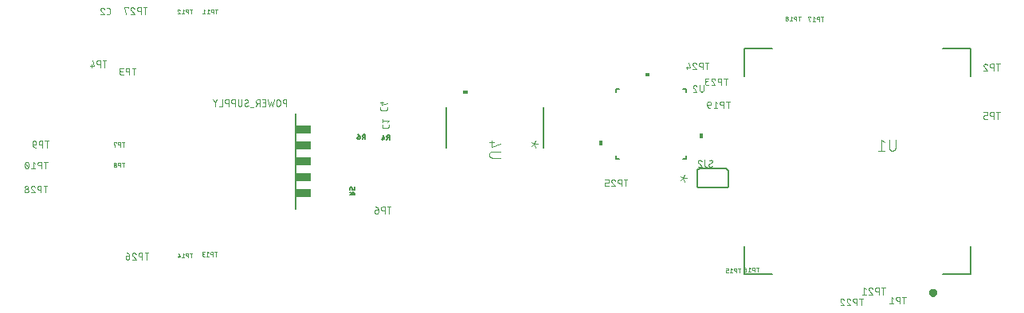
<source format=gbo>
G75*
%MOIN*%
%OFA0B0*%
%FSLAX25Y25*%
%IPPOS*%
%LPD*%
%AMOC8*
5,1,8,0,0,1.08239X$1,22.5*
%
%ADD10C,0.00300*%
%ADD11C,0.00800*%
%ADD12R,0.06625X0.03822*%
%ADD13R,0.06613X0.03806*%
%ADD14R,0.06602X0.03800*%
%ADD15R,0.06630X0.03792*%
%ADD16R,0.06630X0.03781*%
%ADD17C,0.00200*%
%ADD18C,0.01575*%
%ADD19C,0.00500*%
%ADD20C,0.00400*%
%ADD21C,0.00600*%
%ADD22C,0.00100*%
D10*
X0231452Y0090180D02*
X0234847Y0090180D01*
X0231452Y0090179D02*
X0231381Y0090181D01*
X0231311Y0090187D01*
X0231241Y0090196D01*
X0231171Y0090210D01*
X0231103Y0090227D01*
X0231035Y0090247D01*
X0230969Y0090272D01*
X0230904Y0090300D01*
X0230840Y0090331D01*
X0230779Y0090366D01*
X0230719Y0090404D01*
X0230662Y0090445D01*
X0230607Y0090490D01*
X0230554Y0090537D01*
X0230504Y0090587D01*
X0230457Y0090640D01*
X0230412Y0090695D01*
X0230371Y0090752D01*
X0230333Y0090812D01*
X0230298Y0090873D01*
X0230267Y0090937D01*
X0230239Y0091002D01*
X0230214Y0091068D01*
X0230194Y0091136D01*
X0230177Y0091204D01*
X0230163Y0091274D01*
X0230154Y0091344D01*
X0230148Y0091414D01*
X0230146Y0091485D01*
X0230148Y0091556D01*
X0230154Y0091626D01*
X0230163Y0091696D01*
X0230177Y0091766D01*
X0230194Y0091834D01*
X0230214Y0091902D01*
X0230239Y0091968D01*
X0230267Y0092033D01*
X0230298Y0092097D01*
X0230333Y0092158D01*
X0230371Y0092218D01*
X0230412Y0092275D01*
X0230457Y0092330D01*
X0230504Y0092383D01*
X0230554Y0092433D01*
X0230607Y0092480D01*
X0230662Y0092525D01*
X0230719Y0092566D01*
X0230779Y0092604D01*
X0230840Y0092639D01*
X0230904Y0092670D01*
X0230969Y0092698D01*
X0231035Y0092723D01*
X0231103Y0092743D01*
X0231171Y0092760D01*
X0231241Y0092774D01*
X0231311Y0092783D01*
X0231381Y0092789D01*
X0231452Y0092791D01*
X0234847Y0092791D01*
X0234847Y0095874D02*
X0231191Y0094830D01*
X0231191Y0097441D01*
X0232236Y0096658D02*
X0230147Y0096658D01*
X0247700Y0096830D02*
X0248875Y0095916D01*
X0249397Y0094480D01*
X0248875Y0095916D02*
X0247700Y0095002D01*
X0248875Y0095916D02*
X0249397Y0097352D01*
X0248875Y0095916D02*
X0250441Y0095916D01*
X0188130Y0103311D02*
X0188130Y0103911D01*
X0188130Y0103311D02*
X0188128Y0103264D01*
X0188123Y0103217D01*
X0188113Y0103171D01*
X0188101Y0103126D01*
X0188084Y0103081D01*
X0188065Y0103039D01*
X0188042Y0102998D01*
X0188015Y0102958D01*
X0187986Y0102921D01*
X0187954Y0102887D01*
X0187920Y0102855D01*
X0187883Y0102826D01*
X0187843Y0102799D01*
X0187802Y0102776D01*
X0187760Y0102757D01*
X0187715Y0102740D01*
X0187670Y0102728D01*
X0187624Y0102718D01*
X0187577Y0102713D01*
X0187530Y0102711D01*
X0186030Y0102711D01*
X0185983Y0102713D01*
X0185936Y0102718D01*
X0185890Y0102728D01*
X0185845Y0102740D01*
X0185800Y0102757D01*
X0185758Y0102776D01*
X0185717Y0102799D01*
X0185677Y0102826D01*
X0185640Y0102855D01*
X0185606Y0102887D01*
X0185574Y0102921D01*
X0185545Y0102958D01*
X0185518Y0102998D01*
X0185495Y0103039D01*
X0185476Y0103081D01*
X0185459Y0103126D01*
X0185447Y0103171D01*
X0185437Y0103217D01*
X0185432Y0103264D01*
X0185430Y0103311D01*
X0185430Y0103911D01*
X0185430Y0104970D02*
X0185430Y0106470D01*
X0185430Y0105720D02*
X0188130Y0105720D01*
X0187530Y0104970D01*
X0186761Y0110020D02*
X0185261Y0110020D01*
X0185214Y0110022D01*
X0185167Y0110027D01*
X0185121Y0110037D01*
X0185076Y0110049D01*
X0185031Y0110066D01*
X0184989Y0110085D01*
X0184948Y0110108D01*
X0184908Y0110135D01*
X0184871Y0110164D01*
X0184837Y0110196D01*
X0184805Y0110230D01*
X0184776Y0110267D01*
X0184749Y0110307D01*
X0184726Y0110348D01*
X0184707Y0110390D01*
X0184690Y0110435D01*
X0184678Y0110480D01*
X0184668Y0110526D01*
X0184663Y0110573D01*
X0184661Y0110620D01*
X0184661Y0111220D01*
X0185261Y0112279D02*
X0185261Y0113779D01*
X0185861Y0113329D02*
X0184661Y0113329D01*
X0185261Y0112279D02*
X0187361Y0112879D01*
X0187361Y0111220D02*
X0187361Y0110620D01*
X0187359Y0110573D01*
X0187354Y0110526D01*
X0187344Y0110480D01*
X0187332Y0110435D01*
X0187315Y0110390D01*
X0187296Y0110348D01*
X0187273Y0110307D01*
X0187246Y0110267D01*
X0187217Y0110230D01*
X0187185Y0110196D01*
X0187151Y0110164D01*
X0187114Y0110135D01*
X0187074Y0110108D01*
X0187033Y0110085D01*
X0186991Y0110066D01*
X0186946Y0110049D01*
X0186901Y0110037D01*
X0186855Y0110027D01*
X0186808Y0110022D01*
X0186761Y0110020D01*
X0310152Y0082526D02*
X0311327Y0081612D01*
X0311850Y0080176D01*
X0311327Y0081612D02*
X0311850Y0083048D01*
X0311327Y0081612D02*
X0310152Y0080698D01*
X0311327Y0081612D02*
X0312894Y0081612D01*
D11*
X0149266Y0068622D02*
X0149266Y0108732D01*
D12*
X0152240Y0102088D03*
D13*
X0152234Y0095380D03*
D14*
X0152228Y0088677D03*
D15*
X0152243Y0081973D03*
D16*
X0152242Y0075267D03*
D17*
X0078113Y0048398D02*
X0078113Y0048243D01*
X0078113Y0048398D02*
X0078115Y0048447D01*
X0078121Y0048495D01*
X0078130Y0048543D01*
X0078143Y0048590D01*
X0078160Y0048636D01*
X0078181Y0048680D01*
X0078205Y0048723D01*
X0078232Y0048764D01*
X0078262Y0048802D01*
X0078295Y0048838D01*
X0078331Y0048871D01*
X0078369Y0048901D01*
X0078410Y0048928D01*
X0078453Y0048952D01*
X0078497Y0048973D01*
X0078543Y0048990D01*
X0078590Y0049003D01*
X0078638Y0049012D01*
X0078686Y0049018D01*
X0078735Y0049020D01*
X0078735Y0049021D02*
X0079669Y0049021D01*
X0079669Y0048243D01*
X0079667Y0048187D01*
X0079661Y0048132D01*
X0079651Y0048078D01*
X0079637Y0048024D01*
X0079620Y0047971D01*
X0079599Y0047920D01*
X0079574Y0047870D01*
X0079545Y0047822D01*
X0079514Y0047777D01*
X0079479Y0047734D01*
X0079441Y0047693D01*
X0079400Y0047655D01*
X0079357Y0047620D01*
X0079312Y0047589D01*
X0079264Y0047560D01*
X0079214Y0047535D01*
X0079163Y0047514D01*
X0079110Y0047497D01*
X0079056Y0047483D01*
X0079002Y0047473D01*
X0078947Y0047467D01*
X0078891Y0047465D01*
X0078835Y0047467D01*
X0078780Y0047473D01*
X0078726Y0047483D01*
X0078672Y0047497D01*
X0078619Y0047514D01*
X0078568Y0047535D01*
X0078518Y0047560D01*
X0078470Y0047589D01*
X0078425Y0047620D01*
X0078382Y0047655D01*
X0078341Y0047693D01*
X0078303Y0047734D01*
X0078268Y0047777D01*
X0078237Y0047822D01*
X0078208Y0047870D01*
X0078183Y0047920D01*
X0078162Y0047971D01*
X0078145Y0048024D01*
X0078131Y0048078D01*
X0078121Y0048132D01*
X0078115Y0048187D01*
X0078113Y0048243D01*
X0079668Y0049021D02*
X0079666Y0049091D01*
X0079660Y0049160D01*
X0079650Y0049229D01*
X0079637Y0049298D01*
X0079619Y0049365D01*
X0079598Y0049432D01*
X0079573Y0049497D01*
X0079545Y0049561D01*
X0079513Y0049623D01*
X0079477Y0049683D01*
X0079439Y0049741D01*
X0079397Y0049797D01*
X0079352Y0049850D01*
X0079304Y0049901D01*
X0079253Y0049949D01*
X0079200Y0049994D01*
X0079144Y0050036D01*
X0079086Y0050074D01*
X0079026Y0050110D01*
X0078964Y0050142D01*
X0078900Y0050170D01*
X0078835Y0050195D01*
X0078768Y0050216D01*
X0078701Y0050234D01*
X0078632Y0050247D01*
X0078563Y0050257D01*
X0078494Y0050263D01*
X0078424Y0050265D01*
X0081046Y0049021D02*
X0082369Y0047465D01*
X0080813Y0047465D01*
X0082368Y0049643D02*
X0082349Y0049696D01*
X0082327Y0049748D01*
X0082301Y0049798D01*
X0082272Y0049847D01*
X0082241Y0049894D01*
X0082206Y0049939D01*
X0082169Y0049981D01*
X0082129Y0050021D01*
X0082086Y0050058D01*
X0082042Y0050093D01*
X0081995Y0050125D01*
X0081946Y0050154D01*
X0081896Y0050179D01*
X0081844Y0050202D01*
X0081791Y0050221D01*
X0081737Y0050237D01*
X0081682Y0050249D01*
X0081626Y0050258D01*
X0081569Y0050263D01*
X0081513Y0050265D01*
X0081463Y0050263D01*
X0081413Y0050258D01*
X0081364Y0050249D01*
X0081316Y0050237D01*
X0081268Y0050221D01*
X0081222Y0050202D01*
X0081178Y0050179D01*
X0081135Y0050154D01*
X0081094Y0050125D01*
X0081055Y0050094D01*
X0081018Y0050060D01*
X0080984Y0050023D01*
X0080953Y0049984D01*
X0080924Y0049943D01*
X0080899Y0049900D01*
X0080876Y0049856D01*
X0080857Y0049810D01*
X0080841Y0049762D01*
X0080829Y0049714D01*
X0080820Y0049665D01*
X0080815Y0049615D01*
X0080813Y0049565D01*
X0080815Y0049514D01*
X0080820Y0049464D01*
X0080828Y0049414D01*
X0080840Y0049364D01*
X0080855Y0049316D01*
X0080874Y0049269D01*
X0080895Y0049223D01*
X0080920Y0049178D01*
X0080947Y0049136D01*
X0080978Y0049095D01*
X0081011Y0049057D01*
X0081046Y0049020D01*
X0084164Y0048709D02*
X0084942Y0048709D01*
X0084164Y0048709D02*
X0084108Y0048711D01*
X0084053Y0048717D01*
X0083999Y0048727D01*
X0083945Y0048741D01*
X0083892Y0048758D01*
X0083841Y0048779D01*
X0083791Y0048804D01*
X0083743Y0048833D01*
X0083698Y0048864D01*
X0083655Y0048899D01*
X0083614Y0048937D01*
X0083576Y0048978D01*
X0083541Y0049021D01*
X0083510Y0049066D01*
X0083481Y0049114D01*
X0083456Y0049164D01*
X0083435Y0049215D01*
X0083418Y0049268D01*
X0083404Y0049322D01*
X0083394Y0049376D01*
X0083388Y0049431D01*
X0083386Y0049487D01*
X0083388Y0049543D01*
X0083394Y0049598D01*
X0083404Y0049652D01*
X0083418Y0049706D01*
X0083435Y0049759D01*
X0083456Y0049810D01*
X0083481Y0049860D01*
X0083510Y0049908D01*
X0083541Y0049953D01*
X0083576Y0049996D01*
X0083614Y0050037D01*
X0083655Y0050075D01*
X0083698Y0050110D01*
X0083743Y0050141D01*
X0083791Y0050170D01*
X0083841Y0050195D01*
X0083892Y0050216D01*
X0083945Y0050233D01*
X0083999Y0050247D01*
X0084053Y0050257D01*
X0084108Y0050263D01*
X0084164Y0050265D01*
X0084942Y0050265D01*
X0084942Y0047465D01*
X0086811Y0047465D02*
X0086811Y0050265D01*
X0087589Y0050265D02*
X0086033Y0050265D01*
X0099709Y0048765D02*
X0100709Y0048765D01*
X0100309Y0050165D01*
X0100009Y0049165D02*
X0100009Y0048365D01*
X0101509Y0048365D02*
X0102509Y0048365D01*
X0102009Y0048365D02*
X0102009Y0050165D01*
X0102509Y0049765D01*
X0103719Y0050165D02*
X0103675Y0050163D01*
X0103632Y0050157D01*
X0103590Y0050148D01*
X0103548Y0050135D01*
X0103508Y0050118D01*
X0103469Y0050098D01*
X0103432Y0050075D01*
X0103398Y0050048D01*
X0103365Y0050019D01*
X0103336Y0049986D01*
X0103309Y0049952D01*
X0103286Y0049915D01*
X0103266Y0049876D01*
X0103249Y0049836D01*
X0103236Y0049794D01*
X0103227Y0049752D01*
X0103221Y0049709D01*
X0103219Y0049665D01*
X0103221Y0049621D01*
X0103227Y0049578D01*
X0103236Y0049536D01*
X0103249Y0049494D01*
X0103266Y0049454D01*
X0103286Y0049415D01*
X0103309Y0049378D01*
X0103336Y0049344D01*
X0103365Y0049311D01*
X0103398Y0049282D01*
X0103432Y0049255D01*
X0103469Y0049232D01*
X0103508Y0049212D01*
X0103548Y0049195D01*
X0103590Y0049182D01*
X0103632Y0049173D01*
X0103675Y0049167D01*
X0103719Y0049165D01*
X0104219Y0049165D01*
X0104219Y0048365D02*
X0104219Y0050165D01*
X0103719Y0050165D01*
X0104989Y0050165D02*
X0105989Y0050165D01*
X0105489Y0050165D02*
X0105489Y0048365D01*
X0110509Y0048865D02*
X0111009Y0048865D01*
X0110509Y0048865D02*
X0110465Y0048867D01*
X0110422Y0048873D01*
X0110380Y0048882D01*
X0110338Y0048895D01*
X0110298Y0048912D01*
X0110259Y0048932D01*
X0110222Y0048955D01*
X0110188Y0048982D01*
X0110155Y0049011D01*
X0110126Y0049044D01*
X0110099Y0049078D01*
X0110076Y0049115D01*
X0110056Y0049154D01*
X0110039Y0049194D01*
X0110026Y0049236D01*
X0110017Y0049278D01*
X0110011Y0049321D01*
X0110009Y0049365D01*
X0110011Y0049409D01*
X0110017Y0049452D01*
X0110026Y0049494D01*
X0110039Y0049536D01*
X0110056Y0049576D01*
X0110076Y0049615D01*
X0110099Y0049652D01*
X0110126Y0049686D01*
X0110155Y0049719D01*
X0110188Y0049748D01*
X0110222Y0049775D01*
X0110259Y0049798D01*
X0110298Y0049818D01*
X0110338Y0049835D01*
X0110380Y0049848D01*
X0110422Y0049857D01*
X0110465Y0049863D01*
X0110509Y0049865D01*
X0110409Y0049865D02*
X0110809Y0049865D01*
X0110409Y0049865D02*
X0110370Y0049867D01*
X0110331Y0049873D01*
X0110293Y0049882D01*
X0110256Y0049895D01*
X0110220Y0049912D01*
X0110187Y0049932D01*
X0110155Y0049956D01*
X0110126Y0049982D01*
X0110100Y0050011D01*
X0110076Y0050043D01*
X0110056Y0050076D01*
X0110039Y0050112D01*
X0110026Y0050149D01*
X0110017Y0050187D01*
X0110011Y0050226D01*
X0110009Y0050265D01*
X0110011Y0050304D01*
X0110017Y0050343D01*
X0110026Y0050381D01*
X0110039Y0050418D01*
X0110056Y0050454D01*
X0110076Y0050487D01*
X0110100Y0050519D01*
X0110126Y0050548D01*
X0110155Y0050574D01*
X0110187Y0050598D01*
X0110220Y0050618D01*
X0110256Y0050635D01*
X0110293Y0050648D01*
X0110331Y0050657D01*
X0110370Y0050663D01*
X0110409Y0050665D01*
X0111009Y0050665D01*
X0112309Y0050665D02*
X0112309Y0048865D01*
X0112809Y0048865D02*
X0111809Y0048865D01*
X0112809Y0050265D02*
X0112309Y0050665D01*
X0114019Y0050665D02*
X0114519Y0050665D01*
X0114519Y0048865D01*
X0114519Y0049665D02*
X0114019Y0049665D01*
X0113975Y0049667D01*
X0113932Y0049673D01*
X0113890Y0049682D01*
X0113848Y0049695D01*
X0113808Y0049712D01*
X0113769Y0049732D01*
X0113732Y0049755D01*
X0113698Y0049782D01*
X0113665Y0049811D01*
X0113636Y0049844D01*
X0113609Y0049878D01*
X0113586Y0049915D01*
X0113566Y0049954D01*
X0113549Y0049994D01*
X0113536Y0050036D01*
X0113527Y0050078D01*
X0113521Y0050121D01*
X0113519Y0050165D01*
X0113521Y0050209D01*
X0113527Y0050252D01*
X0113536Y0050294D01*
X0113549Y0050336D01*
X0113566Y0050376D01*
X0113586Y0050415D01*
X0113609Y0050452D01*
X0113636Y0050486D01*
X0113665Y0050519D01*
X0113698Y0050548D01*
X0113732Y0050575D01*
X0113769Y0050598D01*
X0113808Y0050618D01*
X0113848Y0050635D01*
X0113890Y0050648D01*
X0113932Y0050657D01*
X0113975Y0050663D01*
X0114019Y0050665D01*
X0115289Y0050665D02*
X0116289Y0050665D01*
X0115789Y0050665D02*
X0115789Y0048865D01*
X0182213Y0067543D02*
X0182213Y0067698D01*
X0182215Y0067747D01*
X0182221Y0067795D01*
X0182230Y0067843D01*
X0182243Y0067890D01*
X0182260Y0067936D01*
X0182281Y0067980D01*
X0182305Y0068023D01*
X0182332Y0068064D01*
X0182362Y0068102D01*
X0182395Y0068138D01*
X0182431Y0068171D01*
X0182469Y0068201D01*
X0182510Y0068228D01*
X0182553Y0068252D01*
X0182597Y0068273D01*
X0182643Y0068290D01*
X0182690Y0068303D01*
X0182738Y0068312D01*
X0182786Y0068318D01*
X0182835Y0068320D01*
X0182835Y0068321D02*
X0183769Y0068321D01*
X0183769Y0067543D01*
X0183767Y0067487D01*
X0183761Y0067432D01*
X0183751Y0067378D01*
X0183737Y0067324D01*
X0183720Y0067271D01*
X0183699Y0067220D01*
X0183674Y0067170D01*
X0183645Y0067122D01*
X0183614Y0067077D01*
X0183579Y0067034D01*
X0183541Y0066993D01*
X0183500Y0066955D01*
X0183457Y0066920D01*
X0183412Y0066889D01*
X0183364Y0066860D01*
X0183314Y0066835D01*
X0183263Y0066814D01*
X0183210Y0066797D01*
X0183156Y0066783D01*
X0183102Y0066773D01*
X0183047Y0066767D01*
X0182991Y0066765D01*
X0182935Y0066767D01*
X0182880Y0066773D01*
X0182826Y0066783D01*
X0182772Y0066797D01*
X0182719Y0066814D01*
X0182668Y0066835D01*
X0182618Y0066860D01*
X0182570Y0066889D01*
X0182525Y0066920D01*
X0182482Y0066955D01*
X0182441Y0066993D01*
X0182403Y0067034D01*
X0182368Y0067077D01*
X0182337Y0067122D01*
X0182308Y0067170D01*
X0182283Y0067220D01*
X0182262Y0067271D01*
X0182245Y0067324D01*
X0182231Y0067378D01*
X0182221Y0067432D01*
X0182215Y0067487D01*
X0182213Y0067543D01*
X0183768Y0068321D02*
X0183766Y0068391D01*
X0183760Y0068460D01*
X0183750Y0068529D01*
X0183737Y0068598D01*
X0183719Y0068665D01*
X0183698Y0068732D01*
X0183673Y0068797D01*
X0183645Y0068861D01*
X0183613Y0068923D01*
X0183577Y0068983D01*
X0183539Y0069041D01*
X0183497Y0069097D01*
X0183452Y0069150D01*
X0183404Y0069201D01*
X0183353Y0069249D01*
X0183300Y0069294D01*
X0183244Y0069336D01*
X0183186Y0069374D01*
X0183126Y0069410D01*
X0183064Y0069442D01*
X0183000Y0069470D01*
X0182935Y0069495D01*
X0182868Y0069516D01*
X0182801Y0069534D01*
X0182732Y0069547D01*
X0182663Y0069557D01*
X0182594Y0069563D01*
X0182524Y0069565D01*
X0185564Y0069565D02*
X0186342Y0069565D01*
X0186342Y0066765D01*
X0186342Y0068009D02*
X0185564Y0068009D01*
X0185508Y0068011D01*
X0185453Y0068017D01*
X0185399Y0068027D01*
X0185345Y0068041D01*
X0185292Y0068058D01*
X0185241Y0068079D01*
X0185191Y0068104D01*
X0185143Y0068133D01*
X0185098Y0068164D01*
X0185055Y0068199D01*
X0185014Y0068237D01*
X0184976Y0068278D01*
X0184941Y0068321D01*
X0184910Y0068366D01*
X0184881Y0068414D01*
X0184856Y0068464D01*
X0184835Y0068515D01*
X0184818Y0068568D01*
X0184804Y0068622D01*
X0184794Y0068676D01*
X0184788Y0068731D01*
X0184786Y0068787D01*
X0184788Y0068843D01*
X0184794Y0068898D01*
X0184804Y0068952D01*
X0184818Y0069006D01*
X0184835Y0069059D01*
X0184856Y0069110D01*
X0184881Y0069160D01*
X0184910Y0069208D01*
X0184941Y0069253D01*
X0184976Y0069296D01*
X0185014Y0069337D01*
X0185055Y0069375D01*
X0185098Y0069410D01*
X0185143Y0069441D01*
X0185191Y0069470D01*
X0185241Y0069495D01*
X0185292Y0069516D01*
X0185345Y0069533D01*
X0185399Y0069547D01*
X0185453Y0069557D01*
X0185508Y0069563D01*
X0185564Y0069565D01*
X0187433Y0069565D02*
X0188989Y0069565D01*
X0188211Y0069565D02*
X0188211Y0066765D01*
X0278513Y0078887D02*
X0278513Y0079198D01*
X0278515Y0079247D01*
X0278521Y0079295D01*
X0278530Y0079343D01*
X0278543Y0079390D01*
X0278560Y0079436D01*
X0278581Y0079480D01*
X0278605Y0079523D01*
X0278632Y0079564D01*
X0278662Y0079602D01*
X0278695Y0079638D01*
X0278731Y0079671D01*
X0278769Y0079701D01*
X0278810Y0079728D01*
X0278853Y0079752D01*
X0278897Y0079773D01*
X0278943Y0079790D01*
X0278990Y0079803D01*
X0279038Y0079812D01*
X0279086Y0079818D01*
X0279135Y0079820D01*
X0279135Y0079821D02*
X0280069Y0079821D01*
X0280069Y0081065D01*
X0278513Y0081065D01*
X0278513Y0078887D02*
X0278515Y0078838D01*
X0278521Y0078790D01*
X0278530Y0078742D01*
X0278543Y0078695D01*
X0278560Y0078649D01*
X0278581Y0078605D01*
X0278605Y0078562D01*
X0278632Y0078521D01*
X0278662Y0078483D01*
X0278695Y0078447D01*
X0278731Y0078414D01*
X0278769Y0078384D01*
X0278810Y0078357D01*
X0278853Y0078333D01*
X0278897Y0078312D01*
X0278943Y0078295D01*
X0278990Y0078282D01*
X0279038Y0078273D01*
X0279086Y0078267D01*
X0279135Y0078265D01*
X0280069Y0078265D01*
X0281213Y0078265D02*
X0282769Y0078265D01*
X0281446Y0079821D01*
X0281913Y0081065D02*
X0281969Y0081063D01*
X0282026Y0081058D01*
X0282082Y0081049D01*
X0282137Y0081037D01*
X0282191Y0081021D01*
X0282244Y0081002D01*
X0282296Y0080979D01*
X0282346Y0080954D01*
X0282395Y0080925D01*
X0282442Y0080893D01*
X0282486Y0080858D01*
X0282529Y0080821D01*
X0282569Y0080781D01*
X0282606Y0080739D01*
X0282641Y0080694D01*
X0282672Y0080647D01*
X0282701Y0080598D01*
X0282727Y0080548D01*
X0282749Y0080496D01*
X0282768Y0080443D01*
X0281446Y0079820D02*
X0281411Y0079857D01*
X0281378Y0079895D01*
X0281347Y0079936D01*
X0281320Y0079978D01*
X0281295Y0080023D01*
X0281274Y0080069D01*
X0281255Y0080116D01*
X0281240Y0080164D01*
X0281228Y0080214D01*
X0281220Y0080264D01*
X0281215Y0080314D01*
X0281213Y0080365D01*
X0281215Y0080415D01*
X0281220Y0080465D01*
X0281229Y0080514D01*
X0281241Y0080562D01*
X0281257Y0080610D01*
X0281276Y0080656D01*
X0281299Y0080700D01*
X0281324Y0080743D01*
X0281353Y0080784D01*
X0281384Y0080823D01*
X0281418Y0080860D01*
X0281455Y0080894D01*
X0281494Y0080925D01*
X0281535Y0080954D01*
X0281578Y0080979D01*
X0281622Y0081002D01*
X0281668Y0081021D01*
X0281716Y0081037D01*
X0281764Y0081049D01*
X0281813Y0081058D01*
X0281863Y0081063D01*
X0281913Y0081065D01*
X0284564Y0081065D02*
X0285342Y0081065D01*
X0285342Y0078265D01*
X0285342Y0079509D02*
X0284564Y0079509D01*
X0284508Y0079511D01*
X0284453Y0079517D01*
X0284399Y0079527D01*
X0284345Y0079541D01*
X0284292Y0079558D01*
X0284241Y0079579D01*
X0284191Y0079604D01*
X0284143Y0079633D01*
X0284098Y0079664D01*
X0284055Y0079699D01*
X0284014Y0079737D01*
X0283976Y0079778D01*
X0283941Y0079821D01*
X0283910Y0079866D01*
X0283881Y0079914D01*
X0283856Y0079964D01*
X0283835Y0080015D01*
X0283818Y0080068D01*
X0283804Y0080122D01*
X0283794Y0080176D01*
X0283788Y0080231D01*
X0283786Y0080287D01*
X0283788Y0080343D01*
X0283794Y0080398D01*
X0283804Y0080452D01*
X0283818Y0080506D01*
X0283835Y0080559D01*
X0283856Y0080610D01*
X0283881Y0080660D01*
X0283910Y0080708D01*
X0283941Y0080753D01*
X0283976Y0080796D01*
X0284014Y0080837D01*
X0284055Y0080875D01*
X0284098Y0080910D01*
X0284143Y0080941D01*
X0284191Y0080970D01*
X0284241Y0080995D01*
X0284292Y0081016D01*
X0284345Y0081033D01*
X0284399Y0081047D01*
X0284453Y0081057D01*
X0284508Y0081063D01*
X0284564Y0081065D01*
X0286433Y0081065D02*
X0287989Y0081065D01*
X0287211Y0081065D02*
X0287211Y0078265D01*
X0317464Y0086400D02*
X0319020Y0086400D01*
X0317697Y0087956D01*
X0318164Y0089200D02*
X0318220Y0089198D01*
X0318277Y0089193D01*
X0318333Y0089184D01*
X0318388Y0089172D01*
X0318442Y0089156D01*
X0318495Y0089137D01*
X0318547Y0089114D01*
X0318597Y0089089D01*
X0318646Y0089060D01*
X0318693Y0089028D01*
X0318737Y0088993D01*
X0318780Y0088956D01*
X0318820Y0088916D01*
X0318857Y0088874D01*
X0318892Y0088829D01*
X0318923Y0088782D01*
X0318952Y0088733D01*
X0318978Y0088683D01*
X0319000Y0088631D01*
X0319019Y0088578D01*
X0317697Y0087955D02*
X0317662Y0087992D01*
X0317629Y0088030D01*
X0317598Y0088071D01*
X0317571Y0088113D01*
X0317546Y0088158D01*
X0317525Y0088204D01*
X0317506Y0088251D01*
X0317491Y0088299D01*
X0317479Y0088349D01*
X0317471Y0088399D01*
X0317466Y0088449D01*
X0317464Y0088500D01*
X0317466Y0088550D01*
X0317471Y0088600D01*
X0317480Y0088649D01*
X0317492Y0088697D01*
X0317508Y0088745D01*
X0317527Y0088791D01*
X0317550Y0088835D01*
X0317575Y0088878D01*
X0317604Y0088919D01*
X0317635Y0088958D01*
X0317669Y0088995D01*
X0317706Y0089029D01*
X0317745Y0089060D01*
X0317786Y0089089D01*
X0317829Y0089114D01*
X0317873Y0089137D01*
X0317919Y0089156D01*
X0317967Y0089172D01*
X0318015Y0089184D01*
X0318064Y0089193D01*
X0318114Y0089198D01*
X0318164Y0089200D01*
X0320244Y0089200D02*
X0320244Y0087022D01*
X0320246Y0086973D01*
X0320252Y0086925D01*
X0320261Y0086877D01*
X0320274Y0086830D01*
X0320291Y0086784D01*
X0320312Y0086740D01*
X0320336Y0086697D01*
X0320363Y0086656D01*
X0320393Y0086618D01*
X0320426Y0086582D01*
X0320462Y0086549D01*
X0320500Y0086519D01*
X0320541Y0086492D01*
X0320584Y0086468D01*
X0320628Y0086447D01*
X0320674Y0086430D01*
X0320721Y0086417D01*
X0320769Y0086408D01*
X0320817Y0086402D01*
X0320866Y0086400D01*
X0321177Y0086400D01*
X0321964Y0087022D02*
X0321966Y0086973D01*
X0321972Y0086925D01*
X0321981Y0086877D01*
X0321994Y0086830D01*
X0322011Y0086784D01*
X0322032Y0086740D01*
X0322056Y0086697D01*
X0322083Y0086656D01*
X0322113Y0086618D01*
X0322146Y0086582D01*
X0322182Y0086549D01*
X0322220Y0086519D01*
X0322261Y0086492D01*
X0322304Y0086468D01*
X0322348Y0086447D01*
X0322394Y0086430D01*
X0322441Y0086417D01*
X0322489Y0086408D01*
X0322537Y0086402D01*
X0322586Y0086400D01*
X0321964Y0087022D02*
X0321966Y0087069D01*
X0321971Y0087115D01*
X0321980Y0087161D01*
X0321992Y0087207D01*
X0322007Y0087251D01*
X0322026Y0087294D01*
X0322047Y0087336D01*
X0322072Y0087375D01*
X0322100Y0087413D01*
X0322130Y0087449D01*
X0322163Y0087482D01*
X0322198Y0087513D01*
X0322236Y0087541D01*
X0322275Y0087566D01*
X0322275Y0087567D02*
X0323131Y0088033D01*
X0322820Y0089200D02*
X0322757Y0089198D01*
X0322695Y0089193D01*
X0322633Y0089185D01*
X0322572Y0089173D01*
X0322511Y0089158D01*
X0322451Y0089140D01*
X0322392Y0089119D01*
X0322335Y0089094D01*
X0322278Y0089067D01*
X0322224Y0089036D01*
X0322171Y0089003D01*
X0322120Y0088967D01*
X0323131Y0088034D02*
X0323170Y0088059D01*
X0323208Y0088087D01*
X0323243Y0088118D01*
X0323276Y0088151D01*
X0323306Y0088187D01*
X0323334Y0088225D01*
X0323359Y0088264D01*
X0323380Y0088306D01*
X0323399Y0088349D01*
X0323414Y0088393D01*
X0323426Y0088439D01*
X0323435Y0088485D01*
X0323440Y0088531D01*
X0323442Y0088578D01*
X0323440Y0088627D01*
X0323434Y0088675D01*
X0323425Y0088723D01*
X0323412Y0088770D01*
X0323395Y0088816D01*
X0323374Y0088860D01*
X0323350Y0088903D01*
X0323323Y0088944D01*
X0323293Y0088982D01*
X0323260Y0089018D01*
X0323224Y0089051D01*
X0323186Y0089081D01*
X0323145Y0089108D01*
X0323102Y0089132D01*
X0323058Y0089153D01*
X0323012Y0089170D01*
X0322965Y0089183D01*
X0322917Y0089192D01*
X0322869Y0089198D01*
X0322820Y0089200D01*
X0323519Y0086789D02*
X0323469Y0086741D01*
X0323417Y0086696D01*
X0323362Y0086654D01*
X0323305Y0086614D01*
X0323246Y0086578D01*
X0323185Y0086545D01*
X0323123Y0086515D01*
X0323059Y0086488D01*
X0322994Y0086465D01*
X0322928Y0086445D01*
X0322861Y0086429D01*
X0322793Y0086416D01*
X0322724Y0086407D01*
X0322655Y0086402D01*
X0322586Y0086400D01*
X0324013Y0110965D02*
X0325569Y0110965D01*
X0324791Y0110965D02*
X0324791Y0113765D01*
X0325569Y0113143D01*
X0327364Y0113765D02*
X0327308Y0113763D01*
X0327253Y0113757D01*
X0327199Y0113747D01*
X0327145Y0113733D01*
X0327092Y0113716D01*
X0327041Y0113695D01*
X0326991Y0113670D01*
X0326943Y0113641D01*
X0326898Y0113610D01*
X0326855Y0113575D01*
X0326814Y0113537D01*
X0326776Y0113496D01*
X0326741Y0113453D01*
X0326710Y0113408D01*
X0326681Y0113360D01*
X0326656Y0113310D01*
X0326635Y0113259D01*
X0326618Y0113206D01*
X0326604Y0113152D01*
X0326594Y0113098D01*
X0326588Y0113043D01*
X0326586Y0112987D01*
X0326588Y0112931D01*
X0326594Y0112876D01*
X0326604Y0112822D01*
X0326618Y0112768D01*
X0326635Y0112715D01*
X0326656Y0112664D01*
X0326681Y0112614D01*
X0326710Y0112566D01*
X0326741Y0112521D01*
X0326776Y0112478D01*
X0326814Y0112437D01*
X0326855Y0112399D01*
X0326898Y0112364D01*
X0326943Y0112333D01*
X0326991Y0112304D01*
X0327041Y0112279D01*
X0327092Y0112258D01*
X0327145Y0112241D01*
X0327199Y0112227D01*
X0327253Y0112217D01*
X0327308Y0112211D01*
X0327364Y0112209D01*
X0328142Y0112209D01*
X0328142Y0110965D02*
X0328142Y0113765D01*
X0327364Y0113765D01*
X0329233Y0113765D02*
X0330789Y0113765D01*
X0330011Y0113765D02*
X0330011Y0110965D01*
X0322869Y0112832D02*
X0322869Y0112987D01*
X0322868Y0112832D02*
X0322866Y0112783D01*
X0322860Y0112735D01*
X0322851Y0112687D01*
X0322838Y0112640D01*
X0322821Y0112594D01*
X0322800Y0112550D01*
X0322776Y0112507D01*
X0322749Y0112466D01*
X0322719Y0112428D01*
X0322686Y0112392D01*
X0322650Y0112359D01*
X0322612Y0112329D01*
X0322571Y0112302D01*
X0322528Y0112278D01*
X0322484Y0112257D01*
X0322438Y0112240D01*
X0322391Y0112227D01*
X0322343Y0112218D01*
X0322295Y0112212D01*
X0322246Y0112210D01*
X0322246Y0112209D02*
X0321313Y0112209D01*
X0321313Y0112987D01*
X0321315Y0113043D01*
X0321321Y0113098D01*
X0321331Y0113152D01*
X0321345Y0113206D01*
X0321362Y0113259D01*
X0321383Y0113310D01*
X0321408Y0113360D01*
X0321437Y0113408D01*
X0321468Y0113453D01*
X0321503Y0113496D01*
X0321541Y0113537D01*
X0321582Y0113575D01*
X0321625Y0113610D01*
X0321670Y0113641D01*
X0321718Y0113670D01*
X0321768Y0113695D01*
X0321819Y0113716D01*
X0321872Y0113733D01*
X0321926Y0113747D01*
X0321980Y0113757D01*
X0322035Y0113763D01*
X0322091Y0113765D01*
X0322147Y0113763D01*
X0322202Y0113757D01*
X0322256Y0113747D01*
X0322310Y0113733D01*
X0322363Y0113716D01*
X0322414Y0113695D01*
X0322464Y0113670D01*
X0322512Y0113641D01*
X0322557Y0113610D01*
X0322600Y0113575D01*
X0322641Y0113537D01*
X0322679Y0113496D01*
X0322714Y0113453D01*
X0322745Y0113408D01*
X0322774Y0113360D01*
X0322799Y0113310D01*
X0322820Y0113259D01*
X0322837Y0113206D01*
X0322851Y0113152D01*
X0322861Y0113098D01*
X0322867Y0113043D01*
X0322869Y0112987D01*
X0321314Y0112209D02*
X0321316Y0112139D01*
X0321322Y0112070D01*
X0321332Y0112001D01*
X0321345Y0111932D01*
X0321363Y0111865D01*
X0321384Y0111798D01*
X0321409Y0111733D01*
X0321437Y0111669D01*
X0321469Y0111607D01*
X0321505Y0111547D01*
X0321543Y0111489D01*
X0321585Y0111433D01*
X0321630Y0111380D01*
X0321678Y0111329D01*
X0321729Y0111281D01*
X0321782Y0111236D01*
X0321838Y0111194D01*
X0321896Y0111156D01*
X0321956Y0111120D01*
X0322018Y0111088D01*
X0322082Y0111060D01*
X0322147Y0111035D01*
X0322214Y0111014D01*
X0322281Y0110996D01*
X0322350Y0110983D01*
X0322419Y0110973D01*
X0322488Y0110967D01*
X0322558Y0110965D01*
X0319794Y0118608D02*
X0319794Y0120630D01*
X0321191Y0120665D02*
X0321969Y0120665D01*
X0321191Y0120665D02*
X0321135Y0120667D01*
X0321080Y0120673D01*
X0321026Y0120683D01*
X0320972Y0120697D01*
X0320919Y0120714D01*
X0320868Y0120735D01*
X0320818Y0120760D01*
X0320770Y0120789D01*
X0320725Y0120820D01*
X0320682Y0120855D01*
X0320641Y0120893D01*
X0320603Y0120934D01*
X0320568Y0120977D01*
X0320537Y0121022D01*
X0320508Y0121070D01*
X0320483Y0121120D01*
X0320462Y0121171D01*
X0320445Y0121224D01*
X0320431Y0121278D01*
X0320421Y0121332D01*
X0320415Y0121387D01*
X0320413Y0121443D01*
X0320415Y0121499D01*
X0320421Y0121554D01*
X0320431Y0121608D01*
X0320445Y0121662D01*
X0320462Y0121715D01*
X0320483Y0121766D01*
X0320508Y0121816D01*
X0320537Y0121864D01*
X0320568Y0121909D01*
X0320603Y0121952D01*
X0320641Y0121993D01*
X0320682Y0122031D01*
X0320725Y0122066D01*
X0320770Y0122097D01*
X0320818Y0122126D01*
X0320868Y0122151D01*
X0320919Y0122172D01*
X0320972Y0122189D01*
X0321026Y0122203D01*
X0321080Y0122213D01*
X0321135Y0122219D01*
X0321191Y0122221D01*
X0321035Y0122221D02*
X0321658Y0122221D01*
X0321035Y0122221D02*
X0320986Y0122223D01*
X0320938Y0122229D01*
X0320890Y0122238D01*
X0320843Y0122251D01*
X0320797Y0122268D01*
X0320753Y0122289D01*
X0320710Y0122313D01*
X0320669Y0122340D01*
X0320631Y0122370D01*
X0320595Y0122403D01*
X0320562Y0122439D01*
X0320532Y0122477D01*
X0320505Y0122518D01*
X0320481Y0122561D01*
X0320460Y0122605D01*
X0320443Y0122651D01*
X0320430Y0122698D01*
X0320421Y0122746D01*
X0320415Y0122794D01*
X0320413Y0122843D01*
X0320415Y0122892D01*
X0320421Y0122940D01*
X0320430Y0122988D01*
X0320443Y0123035D01*
X0320460Y0123081D01*
X0320481Y0123125D01*
X0320505Y0123168D01*
X0320532Y0123209D01*
X0320562Y0123247D01*
X0320595Y0123283D01*
X0320631Y0123316D01*
X0320669Y0123346D01*
X0320710Y0123373D01*
X0320753Y0123397D01*
X0320797Y0123418D01*
X0320843Y0123435D01*
X0320890Y0123448D01*
X0320938Y0123457D01*
X0320986Y0123463D01*
X0321035Y0123465D01*
X0321969Y0123465D01*
X0323346Y0122221D02*
X0324669Y0120665D01*
X0323113Y0120665D01*
X0324668Y0122843D02*
X0324649Y0122896D01*
X0324627Y0122948D01*
X0324601Y0122998D01*
X0324572Y0123047D01*
X0324541Y0123094D01*
X0324506Y0123139D01*
X0324469Y0123181D01*
X0324429Y0123221D01*
X0324386Y0123258D01*
X0324342Y0123293D01*
X0324295Y0123325D01*
X0324246Y0123354D01*
X0324196Y0123379D01*
X0324144Y0123402D01*
X0324091Y0123421D01*
X0324037Y0123437D01*
X0323982Y0123449D01*
X0323926Y0123458D01*
X0323869Y0123463D01*
X0323813Y0123465D01*
X0323763Y0123463D01*
X0323713Y0123458D01*
X0323664Y0123449D01*
X0323616Y0123437D01*
X0323568Y0123421D01*
X0323522Y0123402D01*
X0323478Y0123379D01*
X0323435Y0123354D01*
X0323394Y0123325D01*
X0323355Y0123294D01*
X0323318Y0123260D01*
X0323284Y0123223D01*
X0323253Y0123184D01*
X0323224Y0123143D01*
X0323199Y0123100D01*
X0323176Y0123056D01*
X0323157Y0123010D01*
X0323141Y0122962D01*
X0323129Y0122914D01*
X0323120Y0122865D01*
X0323115Y0122815D01*
X0323113Y0122765D01*
X0323115Y0122714D01*
X0323120Y0122664D01*
X0323128Y0122614D01*
X0323140Y0122564D01*
X0323155Y0122516D01*
X0323174Y0122469D01*
X0323195Y0122423D01*
X0323220Y0122378D01*
X0323247Y0122336D01*
X0323278Y0122295D01*
X0323311Y0122257D01*
X0323346Y0122220D01*
X0326464Y0121909D02*
X0327242Y0121909D01*
X0326464Y0121909D02*
X0326408Y0121911D01*
X0326353Y0121917D01*
X0326299Y0121927D01*
X0326245Y0121941D01*
X0326192Y0121958D01*
X0326141Y0121979D01*
X0326091Y0122004D01*
X0326043Y0122033D01*
X0325998Y0122064D01*
X0325955Y0122099D01*
X0325914Y0122137D01*
X0325876Y0122178D01*
X0325841Y0122221D01*
X0325810Y0122266D01*
X0325781Y0122314D01*
X0325756Y0122364D01*
X0325735Y0122415D01*
X0325718Y0122468D01*
X0325704Y0122522D01*
X0325694Y0122576D01*
X0325688Y0122631D01*
X0325686Y0122687D01*
X0325688Y0122743D01*
X0325694Y0122798D01*
X0325704Y0122852D01*
X0325718Y0122906D01*
X0325735Y0122959D01*
X0325756Y0123010D01*
X0325781Y0123060D01*
X0325810Y0123108D01*
X0325841Y0123153D01*
X0325876Y0123196D01*
X0325914Y0123237D01*
X0325955Y0123275D01*
X0325998Y0123310D01*
X0326043Y0123341D01*
X0326091Y0123370D01*
X0326141Y0123395D01*
X0326192Y0123416D01*
X0326245Y0123433D01*
X0326299Y0123447D01*
X0326353Y0123457D01*
X0326408Y0123463D01*
X0326464Y0123465D01*
X0327242Y0123465D01*
X0327242Y0120665D01*
X0329111Y0120665D02*
X0329111Y0123465D01*
X0329889Y0123465D02*
X0328333Y0123465D01*
X0321211Y0127265D02*
X0321211Y0130065D01*
X0321989Y0130065D02*
X0320433Y0130065D01*
X0319342Y0130065D02*
X0318564Y0130065D01*
X0318508Y0130063D01*
X0318453Y0130057D01*
X0318399Y0130047D01*
X0318345Y0130033D01*
X0318292Y0130016D01*
X0318241Y0129995D01*
X0318191Y0129970D01*
X0318143Y0129941D01*
X0318098Y0129910D01*
X0318055Y0129875D01*
X0318014Y0129837D01*
X0317976Y0129796D01*
X0317941Y0129753D01*
X0317910Y0129708D01*
X0317881Y0129660D01*
X0317856Y0129610D01*
X0317835Y0129559D01*
X0317818Y0129506D01*
X0317804Y0129452D01*
X0317794Y0129398D01*
X0317788Y0129343D01*
X0317786Y0129287D01*
X0317788Y0129231D01*
X0317794Y0129176D01*
X0317804Y0129122D01*
X0317818Y0129068D01*
X0317835Y0129015D01*
X0317856Y0128964D01*
X0317881Y0128914D01*
X0317910Y0128866D01*
X0317941Y0128821D01*
X0317976Y0128778D01*
X0318014Y0128737D01*
X0318055Y0128699D01*
X0318098Y0128664D01*
X0318143Y0128633D01*
X0318191Y0128604D01*
X0318241Y0128579D01*
X0318292Y0128558D01*
X0318345Y0128541D01*
X0318399Y0128527D01*
X0318453Y0128517D01*
X0318508Y0128511D01*
X0318564Y0128509D01*
X0319342Y0128509D01*
X0319342Y0127265D02*
X0319342Y0130065D01*
X0315446Y0128820D02*
X0315411Y0128857D01*
X0315378Y0128895D01*
X0315347Y0128936D01*
X0315320Y0128978D01*
X0315295Y0129023D01*
X0315274Y0129069D01*
X0315255Y0129116D01*
X0315240Y0129164D01*
X0315228Y0129214D01*
X0315220Y0129264D01*
X0315215Y0129314D01*
X0315213Y0129365D01*
X0315446Y0128821D02*
X0316769Y0127265D01*
X0315213Y0127265D01*
X0314069Y0127887D02*
X0312513Y0127887D01*
X0312980Y0128509D02*
X0312980Y0127265D01*
X0314069Y0127887D02*
X0313446Y0130065D01*
X0315213Y0129365D02*
X0315215Y0129415D01*
X0315220Y0129465D01*
X0315229Y0129514D01*
X0315241Y0129562D01*
X0315257Y0129610D01*
X0315276Y0129656D01*
X0315299Y0129700D01*
X0315324Y0129743D01*
X0315353Y0129784D01*
X0315384Y0129823D01*
X0315418Y0129860D01*
X0315455Y0129894D01*
X0315494Y0129925D01*
X0315535Y0129954D01*
X0315578Y0129979D01*
X0315622Y0130002D01*
X0315668Y0130021D01*
X0315716Y0130037D01*
X0315764Y0130049D01*
X0315813Y0130058D01*
X0315863Y0130063D01*
X0315913Y0130065D01*
X0315969Y0130063D01*
X0316026Y0130058D01*
X0316082Y0130049D01*
X0316137Y0130037D01*
X0316191Y0130021D01*
X0316244Y0130002D01*
X0316296Y0129979D01*
X0316346Y0129954D01*
X0316395Y0129925D01*
X0316442Y0129893D01*
X0316486Y0129858D01*
X0316529Y0129821D01*
X0316569Y0129781D01*
X0316606Y0129739D01*
X0316641Y0129694D01*
X0316672Y0129647D01*
X0316701Y0129598D01*
X0316727Y0129548D01*
X0316749Y0129496D01*
X0316768Y0129443D01*
X0318238Y0120630D02*
X0318238Y0118608D01*
X0318240Y0118552D01*
X0318246Y0118497D01*
X0318256Y0118443D01*
X0318270Y0118389D01*
X0318287Y0118336D01*
X0318308Y0118285D01*
X0318333Y0118235D01*
X0318362Y0118187D01*
X0318393Y0118142D01*
X0318428Y0118099D01*
X0318466Y0118058D01*
X0318507Y0118020D01*
X0318550Y0117985D01*
X0318595Y0117954D01*
X0318643Y0117925D01*
X0318693Y0117900D01*
X0318744Y0117879D01*
X0318797Y0117862D01*
X0318851Y0117848D01*
X0318905Y0117838D01*
X0318960Y0117832D01*
X0319016Y0117830D01*
X0319072Y0117832D01*
X0319127Y0117838D01*
X0319181Y0117848D01*
X0319235Y0117862D01*
X0319288Y0117879D01*
X0319339Y0117900D01*
X0319389Y0117925D01*
X0319437Y0117954D01*
X0319482Y0117985D01*
X0319525Y0118020D01*
X0319566Y0118058D01*
X0319604Y0118099D01*
X0319639Y0118142D01*
X0319670Y0118187D01*
X0319699Y0118235D01*
X0319724Y0118285D01*
X0319745Y0118336D01*
X0319762Y0118389D01*
X0319776Y0118443D01*
X0319786Y0118497D01*
X0319792Y0118552D01*
X0319794Y0118608D01*
X0317004Y0117830D02*
X0315681Y0119385D01*
X0316148Y0120630D02*
X0316204Y0120628D01*
X0316261Y0120623D01*
X0316317Y0120614D01*
X0316372Y0120602D01*
X0316426Y0120586D01*
X0316479Y0120567D01*
X0316531Y0120544D01*
X0316581Y0120519D01*
X0316630Y0120490D01*
X0316677Y0120458D01*
X0316721Y0120423D01*
X0316764Y0120386D01*
X0316804Y0120346D01*
X0316841Y0120304D01*
X0316876Y0120259D01*
X0316907Y0120212D01*
X0316936Y0120163D01*
X0316962Y0120113D01*
X0316984Y0120061D01*
X0317003Y0120008D01*
X0315681Y0119385D02*
X0315646Y0119422D01*
X0315613Y0119460D01*
X0315582Y0119501D01*
X0315555Y0119543D01*
X0315530Y0119588D01*
X0315509Y0119634D01*
X0315490Y0119681D01*
X0315475Y0119729D01*
X0315463Y0119779D01*
X0315455Y0119829D01*
X0315450Y0119879D01*
X0315448Y0119930D01*
X0315450Y0119980D01*
X0315455Y0120030D01*
X0315464Y0120079D01*
X0315476Y0120127D01*
X0315492Y0120175D01*
X0315511Y0120221D01*
X0315534Y0120265D01*
X0315559Y0120308D01*
X0315588Y0120349D01*
X0315619Y0120388D01*
X0315653Y0120425D01*
X0315690Y0120459D01*
X0315729Y0120490D01*
X0315770Y0120519D01*
X0315813Y0120544D01*
X0315857Y0120567D01*
X0315903Y0120586D01*
X0315951Y0120602D01*
X0315999Y0120614D01*
X0316048Y0120623D01*
X0316098Y0120628D01*
X0316148Y0120630D01*
X0315448Y0117830D02*
X0317004Y0117830D01*
X0354109Y0148165D02*
X0354111Y0148121D01*
X0354117Y0148078D01*
X0354126Y0148036D01*
X0354139Y0147994D01*
X0354156Y0147954D01*
X0354176Y0147915D01*
X0354199Y0147878D01*
X0354226Y0147844D01*
X0354255Y0147811D01*
X0354288Y0147782D01*
X0354322Y0147755D01*
X0354359Y0147732D01*
X0354398Y0147712D01*
X0354438Y0147695D01*
X0354480Y0147682D01*
X0354522Y0147673D01*
X0354565Y0147667D01*
X0354609Y0147665D01*
X0354653Y0147667D01*
X0354696Y0147673D01*
X0354738Y0147682D01*
X0354780Y0147695D01*
X0354820Y0147712D01*
X0354859Y0147732D01*
X0354896Y0147755D01*
X0354930Y0147782D01*
X0354963Y0147811D01*
X0354992Y0147844D01*
X0355019Y0147878D01*
X0355042Y0147915D01*
X0355062Y0147954D01*
X0355079Y0147994D01*
X0355092Y0148036D01*
X0355101Y0148078D01*
X0355107Y0148121D01*
X0355109Y0148165D01*
X0355107Y0148209D01*
X0355101Y0148252D01*
X0355092Y0148294D01*
X0355079Y0148336D01*
X0355062Y0148376D01*
X0355042Y0148415D01*
X0355019Y0148452D01*
X0354992Y0148486D01*
X0354963Y0148519D01*
X0354930Y0148548D01*
X0354896Y0148575D01*
X0354859Y0148598D01*
X0354820Y0148618D01*
X0354780Y0148635D01*
X0354738Y0148648D01*
X0354696Y0148657D01*
X0354653Y0148663D01*
X0354609Y0148665D01*
X0354565Y0148663D01*
X0354522Y0148657D01*
X0354480Y0148648D01*
X0354438Y0148635D01*
X0354398Y0148618D01*
X0354359Y0148598D01*
X0354322Y0148575D01*
X0354288Y0148548D01*
X0354255Y0148519D01*
X0354226Y0148486D01*
X0354199Y0148452D01*
X0354176Y0148415D01*
X0354156Y0148376D01*
X0354139Y0148336D01*
X0354126Y0148294D01*
X0354117Y0148252D01*
X0354111Y0148209D01*
X0354109Y0148165D01*
X0354209Y0149065D02*
X0354211Y0149026D01*
X0354217Y0148987D01*
X0354226Y0148949D01*
X0354239Y0148912D01*
X0354256Y0148876D01*
X0354276Y0148843D01*
X0354300Y0148811D01*
X0354326Y0148782D01*
X0354355Y0148756D01*
X0354387Y0148732D01*
X0354420Y0148712D01*
X0354456Y0148695D01*
X0354493Y0148682D01*
X0354531Y0148673D01*
X0354570Y0148667D01*
X0354609Y0148665D01*
X0354648Y0148667D01*
X0354687Y0148673D01*
X0354725Y0148682D01*
X0354762Y0148695D01*
X0354798Y0148712D01*
X0354831Y0148732D01*
X0354863Y0148756D01*
X0354892Y0148782D01*
X0354918Y0148811D01*
X0354942Y0148843D01*
X0354962Y0148876D01*
X0354979Y0148912D01*
X0354992Y0148949D01*
X0355001Y0148987D01*
X0355007Y0149026D01*
X0355009Y0149065D01*
X0355007Y0149104D01*
X0355001Y0149143D01*
X0354992Y0149181D01*
X0354979Y0149218D01*
X0354962Y0149254D01*
X0354942Y0149287D01*
X0354918Y0149319D01*
X0354892Y0149348D01*
X0354863Y0149374D01*
X0354831Y0149398D01*
X0354798Y0149418D01*
X0354762Y0149435D01*
X0354725Y0149448D01*
X0354687Y0149457D01*
X0354648Y0149463D01*
X0354609Y0149465D01*
X0354570Y0149463D01*
X0354531Y0149457D01*
X0354493Y0149448D01*
X0354456Y0149435D01*
X0354420Y0149418D01*
X0354387Y0149398D01*
X0354355Y0149374D01*
X0354326Y0149348D01*
X0354300Y0149319D01*
X0354276Y0149287D01*
X0354256Y0149254D01*
X0354239Y0149218D01*
X0354226Y0149181D01*
X0354217Y0149143D01*
X0354211Y0149104D01*
X0354209Y0149065D01*
X0355909Y0147665D02*
X0356909Y0147665D01*
X0356409Y0147665D02*
X0356409Y0149465D01*
X0356909Y0149065D01*
X0358119Y0149465D02*
X0358075Y0149463D01*
X0358032Y0149457D01*
X0357990Y0149448D01*
X0357948Y0149435D01*
X0357908Y0149418D01*
X0357869Y0149398D01*
X0357832Y0149375D01*
X0357798Y0149348D01*
X0357765Y0149319D01*
X0357736Y0149286D01*
X0357709Y0149252D01*
X0357686Y0149215D01*
X0357666Y0149176D01*
X0357649Y0149136D01*
X0357636Y0149094D01*
X0357627Y0149052D01*
X0357621Y0149009D01*
X0357619Y0148965D01*
X0357621Y0148921D01*
X0357627Y0148878D01*
X0357636Y0148836D01*
X0357649Y0148794D01*
X0357666Y0148754D01*
X0357686Y0148715D01*
X0357709Y0148678D01*
X0357736Y0148644D01*
X0357765Y0148611D01*
X0357798Y0148582D01*
X0357832Y0148555D01*
X0357869Y0148532D01*
X0357908Y0148512D01*
X0357948Y0148495D01*
X0357990Y0148482D01*
X0358032Y0148473D01*
X0358075Y0148467D01*
X0358119Y0148465D01*
X0358619Y0148465D01*
X0358619Y0147665D02*
X0358619Y0149465D01*
X0358119Y0149465D01*
X0359389Y0149465D02*
X0360389Y0149465D01*
X0359889Y0149465D02*
X0359889Y0147665D01*
X0363609Y0149265D02*
X0364109Y0147465D01*
X0365409Y0147465D02*
X0366409Y0147465D01*
X0365909Y0147465D02*
X0365909Y0149265D01*
X0366409Y0148865D01*
X0367619Y0149265D02*
X0367575Y0149263D01*
X0367532Y0149257D01*
X0367490Y0149248D01*
X0367448Y0149235D01*
X0367408Y0149218D01*
X0367369Y0149198D01*
X0367332Y0149175D01*
X0367298Y0149148D01*
X0367265Y0149119D01*
X0367236Y0149086D01*
X0367209Y0149052D01*
X0367186Y0149015D01*
X0367166Y0148976D01*
X0367149Y0148936D01*
X0367136Y0148894D01*
X0367127Y0148852D01*
X0367121Y0148809D01*
X0367119Y0148765D01*
X0367121Y0148721D01*
X0367127Y0148678D01*
X0367136Y0148636D01*
X0367149Y0148594D01*
X0367166Y0148554D01*
X0367186Y0148515D01*
X0367209Y0148478D01*
X0367236Y0148444D01*
X0367265Y0148411D01*
X0367298Y0148382D01*
X0367332Y0148355D01*
X0367369Y0148332D01*
X0367408Y0148312D01*
X0367448Y0148295D01*
X0367490Y0148282D01*
X0367532Y0148273D01*
X0367575Y0148267D01*
X0367619Y0148265D01*
X0368119Y0148265D01*
X0368119Y0147465D02*
X0368119Y0149265D01*
X0367619Y0149265D01*
X0368889Y0149265D02*
X0369889Y0149265D01*
X0369389Y0149265D02*
X0369389Y0147465D01*
X0364609Y0149065D02*
X0364609Y0149265D01*
X0363609Y0149265D01*
X0437177Y0128339D02*
X0438499Y0126784D01*
X0436944Y0126784D01*
X0438499Y0128962D02*
X0438480Y0129015D01*
X0438458Y0129067D01*
X0438432Y0129117D01*
X0438403Y0129166D01*
X0438372Y0129213D01*
X0438337Y0129258D01*
X0438300Y0129300D01*
X0438260Y0129340D01*
X0438217Y0129377D01*
X0438173Y0129412D01*
X0438126Y0129444D01*
X0438077Y0129473D01*
X0438027Y0129498D01*
X0437975Y0129521D01*
X0437922Y0129540D01*
X0437868Y0129556D01*
X0437813Y0129568D01*
X0437757Y0129577D01*
X0437700Y0129582D01*
X0437644Y0129584D01*
X0437594Y0129582D01*
X0437544Y0129577D01*
X0437495Y0129568D01*
X0437447Y0129556D01*
X0437399Y0129540D01*
X0437353Y0129521D01*
X0437309Y0129498D01*
X0437266Y0129473D01*
X0437225Y0129444D01*
X0437186Y0129413D01*
X0437149Y0129379D01*
X0437115Y0129342D01*
X0437084Y0129303D01*
X0437055Y0129262D01*
X0437030Y0129219D01*
X0437007Y0129175D01*
X0436988Y0129129D01*
X0436972Y0129081D01*
X0436960Y0129033D01*
X0436951Y0128984D01*
X0436946Y0128934D01*
X0436944Y0128884D01*
X0436946Y0128833D01*
X0436951Y0128783D01*
X0436959Y0128733D01*
X0436971Y0128683D01*
X0436986Y0128635D01*
X0437005Y0128588D01*
X0437026Y0128542D01*
X0437051Y0128497D01*
X0437078Y0128455D01*
X0437109Y0128414D01*
X0437142Y0128376D01*
X0437177Y0128339D01*
X0440295Y0128028D02*
X0441073Y0128028D01*
X0440295Y0128028D02*
X0440239Y0128030D01*
X0440184Y0128036D01*
X0440130Y0128046D01*
X0440076Y0128060D01*
X0440023Y0128077D01*
X0439972Y0128098D01*
X0439922Y0128123D01*
X0439874Y0128152D01*
X0439829Y0128183D01*
X0439786Y0128218D01*
X0439745Y0128256D01*
X0439707Y0128297D01*
X0439672Y0128340D01*
X0439641Y0128385D01*
X0439612Y0128433D01*
X0439587Y0128483D01*
X0439566Y0128534D01*
X0439549Y0128587D01*
X0439535Y0128641D01*
X0439525Y0128695D01*
X0439519Y0128750D01*
X0439517Y0128806D01*
X0439519Y0128862D01*
X0439525Y0128917D01*
X0439535Y0128971D01*
X0439549Y0129025D01*
X0439566Y0129078D01*
X0439587Y0129129D01*
X0439612Y0129179D01*
X0439641Y0129227D01*
X0439672Y0129272D01*
X0439707Y0129315D01*
X0439745Y0129356D01*
X0439786Y0129394D01*
X0439829Y0129429D01*
X0439874Y0129460D01*
X0439922Y0129489D01*
X0439972Y0129514D01*
X0440023Y0129535D01*
X0440076Y0129552D01*
X0440130Y0129566D01*
X0440184Y0129576D01*
X0440239Y0129582D01*
X0440295Y0129584D01*
X0441073Y0129584D01*
X0441073Y0126784D01*
X0442942Y0126784D02*
X0442942Y0129584D01*
X0443719Y0129584D02*
X0442164Y0129584D01*
X0442133Y0109265D02*
X0443689Y0109265D01*
X0442911Y0109265D02*
X0442911Y0106465D01*
X0441042Y0106465D02*
X0441042Y0109265D01*
X0440264Y0109265D01*
X0440208Y0109263D01*
X0440153Y0109257D01*
X0440099Y0109247D01*
X0440045Y0109233D01*
X0439992Y0109216D01*
X0439941Y0109195D01*
X0439891Y0109170D01*
X0439843Y0109141D01*
X0439798Y0109110D01*
X0439755Y0109075D01*
X0439714Y0109037D01*
X0439676Y0108996D01*
X0439641Y0108953D01*
X0439610Y0108908D01*
X0439581Y0108860D01*
X0439556Y0108810D01*
X0439535Y0108759D01*
X0439518Y0108706D01*
X0439504Y0108652D01*
X0439494Y0108598D01*
X0439488Y0108543D01*
X0439486Y0108487D01*
X0439488Y0108431D01*
X0439494Y0108376D01*
X0439504Y0108322D01*
X0439518Y0108268D01*
X0439535Y0108215D01*
X0439556Y0108164D01*
X0439581Y0108114D01*
X0439610Y0108066D01*
X0439641Y0108021D01*
X0439676Y0107978D01*
X0439714Y0107937D01*
X0439755Y0107899D01*
X0439798Y0107864D01*
X0439843Y0107833D01*
X0439891Y0107804D01*
X0439941Y0107779D01*
X0439992Y0107758D01*
X0440045Y0107741D01*
X0440099Y0107727D01*
X0440153Y0107717D01*
X0440208Y0107711D01*
X0440264Y0107709D01*
X0441042Y0107709D01*
X0438469Y0108021D02*
X0438469Y0109265D01*
X0436913Y0109265D01*
X0437535Y0108021D02*
X0438469Y0108021D01*
X0437535Y0108020D02*
X0437486Y0108018D01*
X0437438Y0108012D01*
X0437390Y0108003D01*
X0437343Y0107990D01*
X0437297Y0107973D01*
X0437253Y0107952D01*
X0437210Y0107928D01*
X0437169Y0107901D01*
X0437131Y0107871D01*
X0437095Y0107838D01*
X0437062Y0107802D01*
X0437032Y0107764D01*
X0437005Y0107723D01*
X0436981Y0107680D01*
X0436960Y0107636D01*
X0436943Y0107590D01*
X0436930Y0107543D01*
X0436921Y0107495D01*
X0436915Y0107447D01*
X0436913Y0107398D01*
X0436913Y0107087D01*
X0436915Y0107038D01*
X0436921Y0106990D01*
X0436930Y0106942D01*
X0436943Y0106895D01*
X0436960Y0106849D01*
X0436981Y0106805D01*
X0437005Y0106762D01*
X0437032Y0106721D01*
X0437062Y0106683D01*
X0437095Y0106647D01*
X0437131Y0106614D01*
X0437169Y0106584D01*
X0437210Y0106557D01*
X0437253Y0106533D01*
X0437297Y0106512D01*
X0437343Y0106495D01*
X0437390Y0106482D01*
X0437438Y0106473D01*
X0437486Y0106467D01*
X0437535Y0106465D01*
X0438469Y0106465D01*
X0342889Y0044065D02*
X0341889Y0044065D01*
X0342389Y0044065D02*
X0342389Y0042265D01*
X0341119Y0042265D02*
X0341119Y0044065D01*
X0340619Y0044065D01*
X0340575Y0044063D01*
X0340532Y0044057D01*
X0340490Y0044048D01*
X0340448Y0044035D01*
X0340408Y0044018D01*
X0340369Y0043998D01*
X0340332Y0043975D01*
X0340298Y0043948D01*
X0340265Y0043919D01*
X0340236Y0043886D01*
X0340209Y0043852D01*
X0340186Y0043815D01*
X0340166Y0043776D01*
X0340149Y0043736D01*
X0340136Y0043694D01*
X0340127Y0043652D01*
X0340121Y0043609D01*
X0340119Y0043565D01*
X0340121Y0043521D01*
X0340127Y0043478D01*
X0340136Y0043436D01*
X0340149Y0043394D01*
X0340166Y0043354D01*
X0340186Y0043315D01*
X0340209Y0043278D01*
X0340236Y0043244D01*
X0340265Y0043211D01*
X0340298Y0043182D01*
X0340332Y0043155D01*
X0340369Y0043132D01*
X0340408Y0043112D01*
X0340448Y0043095D01*
X0340490Y0043082D01*
X0340532Y0043073D01*
X0340575Y0043067D01*
X0340619Y0043065D01*
X0341119Y0043065D01*
X0339409Y0043665D02*
X0338909Y0044065D01*
X0338909Y0042265D01*
X0339409Y0042265D02*
X0338409Y0042265D01*
X0337609Y0042765D02*
X0337609Y0043265D01*
X0337009Y0043265D01*
X0337609Y0043265D02*
X0337607Y0043320D01*
X0337602Y0043374D01*
X0337592Y0043428D01*
X0337579Y0043481D01*
X0337563Y0043533D01*
X0337543Y0043584D01*
X0337519Y0043633D01*
X0337493Y0043681D01*
X0337463Y0043726D01*
X0337430Y0043770D01*
X0337394Y0043811D01*
X0337355Y0043850D01*
X0337314Y0043886D01*
X0337270Y0043919D01*
X0337225Y0043949D01*
X0337177Y0043975D01*
X0337128Y0043999D01*
X0337077Y0044019D01*
X0337025Y0044035D01*
X0336972Y0044048D01*
X0336918Y0044058D01*
X0336864Y0044063D01*
X0336809Y0044065D01*
X0337009Y0043265D02*
X0336970Y0043263D01*
X0336931Y0043257D01*
X0336893Y0043248D01*
X0336856Y0043235D01*
X0336820Y0043218D01*
X0336787Y0043198D01*
X0336755Y0043174D01*
X0336726Y0043148D01*
X0336700Y0043119D01*
X0336676Y0043087D01*
X0336656Y0043054D01*
X0336639Y0043018D01*
X0336626Y0042981D01*
X0336617Y0042943D01*
X0336611Y0042904D01*
X0336609Y0042865D01*
X0336609Y0042765D01*
X0336611Y0042721D01*
X0336617Y0042678D01*
X0336626Y0042636D01*
X0336639Y0042594D01*
X0336656Y0042554D01*
X0336676Y0042515D01*
X0336699Y0042478D01*
X0336726Y0042444D01*
X0336755Y0042411D01*
X0336788Y0042382D01*
X0336822Y0042355D01*
X0336859Y0042332D01*
X0336898Y0042312D01*
X0336938Y0042295D01*
X0336980Y0042282D01*
X0337022Y0042273D01*
X0337065Y0042267D01*
X0337109Y0042265D01*
X0337153Y0042267D01*
X0337196Y0042273D01*
X0337238Y0042282D01*
X0337280Y0042295D01*
X0337320Y0042312D01*
X0337359Y0042332D01*
X0337396Y0042355D01*
X0337430Y0042382D01*
X0337463Y0042411D01*
X0337492Y0042444D01*
X0337519Y0042478D01*
X0337542Y0042515D01*
X0337562Y0042554D01*
X0337579Y0042594D01*
X0337592Y0042636D01*
X0337601Y0042678D01*
X0337607Y0042721D01*
X0337609Y0042765D01*
X0335289Y0043765D02*
X0334289Y0043765D01*
X0334789Y0043765D02*
X0334789Y0041965D01*
X0333519Y0041965D02*
X0333519Y0043765D01*
X0333019Y0043765D01*
X0332975Y0043763D01*
X0332932Y0043757D01*
X0332890Y0043748D01*
X0332848Y0043735D01*
X0332808Y0043718D01*
X0332769Y0043698D01*
X0332732Y0043675D01*
X0332698Y0043648D01*
X0332665Y0043619D01*
X0332636Y0043586D01*
X0332609Y0043552D01*
X0332586Y0043515D01*
X0332566Y0043476D01*
X0332549Y0043436D01*
X0332536Y0043394D01*
X0332527Y0043352D01*
X0332521Y0043309D01*
X0332519Y0043265D01*
X0332521Y0043221D01*
X0332527Y0043178D01*
X0332536Y0043136D01*
X0332549Y0043094D01*
X0332566Y0043054D01*
X0332586Y0043015D01*
X0332609Y0042978D01*
X0332636Y0042944D01*
X0332665Y0042911D01*
X0332698Y0042882D01*
X0332732Y0042855D01*
X0332769Y0042832D01*
X0332808Y0042812D01*
X0332848Y0042795D01*
X0332890Y0042782D01*
X0332932Y0042773D01*
X0332975Y0042767D01*
X0333019Y0042765D01*
X0333519Y0042765D01*
X0331809Y0043365D02*
X0331309Y0043765D01*
X0331309Y0041965D01*
X0331809Y0041965D02*
X0330809Y0041965D01*
X0330009Y0041965D02*
X0329409Y0041965D01*
X0329370Y0041967D01*
X0329331Y0041973D01*
X0329293Y0041982D01*
X0329256Y0041995D01*
X0329220Y0042012D01*
X0329187Y0042032D01*
X0329155Y0042056D01*
X0329126Y0042082D01*
X0329100Y0042111D01*
X0329076Y0042143D01*
X0329056Y0042176D01*
X0329039Y0042212D01*
X0329026Y0042249D01*
X0329017Y0042287D01*
X0329011Y0042326D01*
X0329009Y0042365D01*
X0329009Y0042565D01*
X0329011Y0042604D01*
X0329017Y0042643D01*
X0329026Y0042681D01*
X0329039Y0042718D01*
X0329056Y0042754D01*
X0329076Y0042787D01*
X0329100Y0042819D01*
X0329126Y0042848D01*
X0329155Y0042874D01*
X0329187Y0042898D01*
X0329220Y0042918D01*
X0329256Y0042935D01*
X0329293Y0042948D01*
X0329331Y0042957D01*
X0329370Y0042963D01*
X0329409Y0042965D01*
X0330009Y0042965D01*
X0330009Y0043765D01*
X0329009Y0043765D01*
X0377246Y0029821D02*
X0378569Y0028265D01*
X0377013Y0028265D01*
X0379713Y0028265D02*
X0381269Y0028265D01*
X0379946Y0029821D01*
X0380413Y0031065D02*
X0380469Y0031063D01*
X0380526Y0031058D01*
X0380582Y0031049D01*
X0380637Y0031037D01*
X0380691Y0031021D01*
X0380744Y0031002D01*
X0380796Y0030979D01*
X0380846Y0030954D01*
X0380895Y0030925D01*
X0380942Y0030893D01*
X0380986Y0030858D01*
X0381029Y0030821D01*
X0381069Y0030781D01*
X0381106Y0030739D01*
X0381141Y0030694D01*
X0381172Y0030647D01*
X0381201Y0030598D01*
X0381227Y0030548D01*
X0381249Y0030496D01*
X0381268Y0030443D01*
X0379946Y0029820D02*
X0379911Y0029857D01*
X0379878Y0029895D01*
X0379847Y0029936D01*
X0379820Y0029978D01*
X0379795Y0030023D01*
X0379774Y0030069D01*
X0379755Y0030116D01*
X0379740Y0030164D01*
X0379728Y0030214D01*
X0379720Y0030264D01*
X0379715Y0030314D01*
X0379713Y0030365D01*
X0379715Y0030415D01*
X0379720Y0030465D01*
X0379729Y0030514D01*
X0379741Y0030562D01*
X0379757Y0030610D01*
X0379776Y0030656D01*
X0379799Y0030700D01*
X0379824Y0030743D01*
X0379853Y0030784D01*
X0379884Y0030823D01*
X0379918Y0030860D01*
X0379955Y0030894D01*
X0379994Y0030925D01*
X0380035Y0030954D01*
X0380078Y0030979D01*
X0380122Y0031002D01*
X0380168Y0031021D01*
X0380216Y0031037D01*
X0380264Y0031049D01*
X0380313Y0031058D01*
X0380363Y0031063D01*
X0380413Y0031065D01*
X0383064Y0031065D02*
X0383842Y0031065D01*
X0383842Y0028265D01*
X0383842Y0029509D02*
X0383064Y0029509D01*
X0383008Y0029511D01*
X0382953Y0029517D01*
X0382899Y0029527D01*
X0382845Y0029541D01*
X0382792Y0029558D01*
X0382741Y0029579D01*
X0382691Y0029604D01*
X0382643Y0029633D01*
X0382598Y0029664D01*
X0382555Y0029699D01*
X0382514Y0029737D01*
X0382476Y0029778D01*
X0382441Y0029821D01*
X0382410Y0029866D01*
X0382381Y0029914D01*
X0382356Y0029964D01*
X0382335Y0030015D01*
X0382318Y0030068D01*
X0382304Y0030122D01*
X0382294Y0030176D01*
X0382288Y0030231D01*
X0382286Y0030287D01*
X0382288Y0030343D01*
X0382294Y0030398D01*
X0382304Y0030452D01*
X0382318Y0030506D01*
X0382335Y0030559D01*
X0382356Y0030610D01*
X0382381Y0030660D01*
X0382410Y0030708D01*
X0382441Y0030753D01*
X0382476Y0030796D01*
X0382514Y0030837D01*
X0382555Y0030875D01*
X0382598Y0030910D01*
X0382643Y0030941D01*
X0382691Y0030970D01*
X0382741Y0030995D01*
X0382792Y0031016D01*
X0382845Y0031033D01*
X0382899Y0031047D01*
X0382953Y0031057D01*
X0383008Y0031063D01*
X0383064Y0031065D01*
X0384933Y0031065D02*
X0386489Y0031065D01*
X0385711Y0031065D02*
X0385711Y0028265D01*
X0377246Y0029820D02*
X0377211Y0029857D01*
X0377178Y0029895D01*
X0377147Y0029936D01*
X0377120Y0029978D01*
X0377095Y0030023D01*
X0377074Y0030069D01*
X0377055Y0030116D01*
X0377040Y0030164D01*
X0377028Y0030214D01*
X0377020Y0030264D01*
X0377015Y0030314D01*
X0377013Y0030365D01*
X0377015Y0030415D01*
X0377020Y0030465D01*
X0377029Y0030514D01*
X0377041Y0030562D01*
X0377057Y0030610D01*
X0377076Y0030656D01*
X0377099Y0030700D01*
X0377124Y0030743D01*
X0377153Y0030784D01*
X0377184Y0030823D01*
X0377218Y0030860D01*
X0377255Y0030894D01*
X0377294Y0030925D01*
X0377335Y0030954D01*
X0377378Y0030979D01*
X0377422Y0031002D01*
X0377468Y0031021D01*
X0377516Y0031037D01*
X0377564Y0031049D01*
X0377613Y0031058D01*
X0377663Y0031063D01*
X0377713Y0031065D01*
X0377769Y0031063D01*
X0377826Y0031058D01*
X0377882Y0031049D01*
X0377937Y0031037D01*
X0377991Y0031021D01*
X0378044Y0031002D01*
X0378096Y0030979D01*
X0378146Y0030954D01*
X0378195Y0030925D01*
X0378242Y0030893D01*
X0378286Y0030858D01*
X0378329Y0030821D01*
X0378369Y0030781D01*
X0378406Y0030739D01*
X0378441Y0030694D01*
X0378472Y0030647D01*
X0378501Y0030598D01*
X0378527Y0030548D01*
X0378549Y0030496D01*
X0378568Y0030443D01*
X0386213Y0032865D02*
X0387769Y0032865D01*
X0386991Y0032865D02*
X0386991Y0035665D01*
X0387769Y0035043D01*
X0389146Y0034421D02*
X0390469Y0032865D01*
X0388913Y0032865D01*
X0390468Y0035043D02*
X0390449Y0035096D01*
X0390427Y0035148D01*
X0390401Y0035198D01*
X0390372Y0035247D01*
X0390341Y0035294D01*
X0390306Y0035339D01*
X0390269Y0035381D01*
X0390229Y0035421D01*
X0390186Y0035458D01*
X0390142Y0035493D01*
X0390095Y0035525D01*
X0390046Y0035554D01*
X0389996Y0035579D01*
X0389944Y0035602D01*
X0389891Y0035621D01*
X0389837Y0035637D01*
X0389782Y0035649D01*
X0389726Y0035658D01*
X0389669Y0035663D01*
X0389613Y0035665D01*
X0389563Y0035663D01*
X0389513Y0035658D01*
X0389464Y0035649D01*
X0389416Y0035637D01*
X0389368Y0035621D01*
X0389322Y0035602D01*
X0389278Y0035579D01*
X0389235Y0035554D01*
X0389194Y0035525D01*
X0389155Y0035494D01*
X0389118Y0035460D01*
X0389084Y0035423D01*
X0389053Y0035384D01*
X0389024Y0035343D01*
X0388999Y0035300D01*
X0388976Y0035256D01*
X0388957Y0035210D01*
X0388941Y0035162D01*
X0388929Y0035114D01*
X0388920Y0035065D01*
X0388915Y0035015D01*
X0388913Y0034965D01*
X0388915Y0034914D01*
X0388920Y0034864D01*
X0388928Y0034814D01*
X0388940Y0034764D01*
X0388955Y0034716D01*
X0388974Y0034669D01*
X0388995Y0034623D01*
X0389020Y0034578D01*
X0389047Y0034536D01*
X0389078Y0034495D01*
X0389111Y0034457D01*
X0389146Y0034420D01*
X0392264Y0034109D02*
X0393042Y0034109D01*
X0392264Y0034109D02*
X0392208Y0034111D01*
X0392153Y0034117D01*
X0392099Y0034127D01*
X0392045Y0034141D01*
X0391992Y0034158D01*
X0391941Y0034179D01*
X0391891Y0034204D01*
X0391843Y0034233D01*
X0391798Y0034264D01*
X0391755Y0034299D01*
X0391714Y0034337D01*
X0391676Y0034378D01*
X0391641Y0034421D01*
X0391610Y0034466D01*
X0391581Y0034514D01*
X0391556Y0034564D01*
X0391535Y0034615D01*
X0391518Y0034668D01*
X0391504Y0034722D01*
X0391494Y0034776D01*
X0391488Y0034831D01*
X0391486Y0034887D01*
X0391488Y0034943D01*
X0391494Y0034998D01*
X0391504Y0035052D01*
X0391518Y0035106D01*
X0391535Y0035159D01*
X0391556Y0035210D01*
X0391581Y0035260D01*
X0391610Y0035308D01*
X0391641Y0035353D01*
X0391676Y0035396D01*
X0391714Y0035437D01*
X0391755Y0035475D01*
X0391798Y0035510D01*
X0391843Y0035541D01*
X0391891Y0035570D01*
X0391941Y0035595D01*
X0391992Y0035616D01*
X0392045Y0035633D01*
X0392099Y0035647D01*
X0392153Y0035657D01*
X0392208Y0035663D01*
X0392264Y0035665D01*
X0393042Y0035665D01*
X0393042Y0032865D01*
X0394911Y0032865D02*
X0394911Y0035665D01*
X0395689Y0035665D02*
X0394133Y0035665D01*
X0398445Y0031731D02*
X0398445Y0028931D01*
X0399223Y0028931D02*
X0397667Y0028931D01*
X0399223Y0031109D02*
X0398445Y0031731D01*
X0401018Y0031731D02*
X0401796Y0031731D01*
X0401796Y0028931D01*
X0401796Y0030176D02*
X0401018Y0030176D01*
X0400962Y0030178D01*
X0400907Y0030184D01*
X0400853Y0030194D01*
X0400799Y0030208D01*
X0400746Y0030225D01*
X0400695Y0030246D01*
X0400645Y0030271D01*
X0400597Y0030300D01*
X0400552Y0030331D01*
X0400509Y0030366D01*
X0400468Y0030404D01*
X0400430Y0030445D01*
X0400395Y0030488D01*
X0400364Y0030533D01*
X0400335Y0030581D01*
X0400310Y0030631D01*
X0400289Y0030682D01*
X0400272Y0030735D01*
X0400258Y0030789D01*
X0400248Y0030843D01*
X0400242Y0030898D01*
X0400240Y0030954D01*
X0400242Y0031010D01*
X0400248Y0031065D01*
X0400258Y0031119D01*
X0400272Y0031173D01*
X0400289Y0031226D01*
X0400310Y0031277D01*
X0400335Y0031327D01*
X0400364Y0031375D01*
X0400395Y0031420D01*
X0400430Y0031463D01*
X0400468Y0031504D01*
X0400509Y0031542D01*
X0400552Y0031577D01*
X0400597Y0031608D01*
X0400645Y0031637D01*
X0400695Y0031662D01*
X0400746Y0031683D01*
X0400799Y0031700D01*
X0400853Y0031714D01*
X0400907Y0031724D01*
X0400962Y0031730D01*
X0401018Y0031732D01*
X0402887Y0031731D02*
X0404443Y0031731D01*
X0403665Y0031731D02*
X0403665Y0028931D01*
X0145254Y0111804D02*
X0145254Y0114604D01*
X0144477Y0114604D01*
X0144421Y0114602D01*
X0144366Y0114596D01*
X0144312Y0114586D01*
X0144258Y0114572D01*
X0144205Y0114555D01*
X0144154Y0114534D01*
X0144104Y0114509D01*
X0144056Y0114480D01*
X0144011Y0114449D01*
X0143968Y0114414D01*
X0143927Y0114376D01*
X0143889Y0114335D01*
X0143854Y0114292D01*
X0143823Y0114247D01*
X0143794Y0114199D01*
X0143769Y0114149D01*
X0143748Y0114098D01*
X0143731Y0114045D01*
X0143717Y0113991D01*
X0143707Y0113937D01*
X0143701Y0113882D01*
X0143699Y0113826D01*
X0143701Y0113770D01*
X0143707Y0113715D01*
X0143717Y0113661D01*
X0143731Y0113607D01*
X0143748Y0113554D01*
X0143769Y0113503D01*
X0143794Y0113453D01*
X0143823Y0113405D01*
X0143854Y0113360D01*
X0143889Y0113317D01*
X0143927Y0113276D01*
X0143968Y0113238D01*
X0144011Y0113203D01*
X0144056Y0113172D01*
X0144104Y0113143D01*
X0144154Y0113118D01*
X0144205Y0113097D01*
X0144258Y0113080D01*
X0144312Y0113066D01*
X0144366Y0113056D01*
X0144421Y0113050D01*
X0144477Y0113048D01*
X0145254Y0113048D01*
X0142681Y0112582D02*
X0142681Y0113826D01*
X0142679Y0113882D01*
X0142673Y0113937D01*
X0142663Y0113991D01*
X0142649Y0114045D01*
X0142632Y0114098D01*
X0142611Y0114149D01*
X0142586Y0114199D01*
X0142557Y0114247D01*
X0142526Y0114292D01*
X0142491Y0114335D01*
X0142453Y0114376D01*
X0142412Y0114414D01*
X0142369Y0114449D01*
X0142324Y0114480D01*
X0142276Y0114509D01*
X0142226Y0114534D01*
X0142175Y0114555D01*
X0142122Y0114572D01*
X0142068Y0114586D01*
X0142014Y0114596D01*
X0141959Y0114602D01*
X0141903Y0114604D01*
X0141847Y0114602D01*
X0141792Y0114596D01*
X0141738Y0114586D01*
X0141684Y0114572D01*
X0141631Y0114555D01*
X0141580Y0114534D01*
X0141530Y0114509D01*
X0141482Y0114480D01*
X0141437Y0114449D01*
X0141394Y0114414D01*
X0141353Y0114376D01*
X0141315Y0114335D01*
X0141280Y0114292D01*
X0141249Y0114247D01*
X0141220Y0114199D01*
X0141195Y0114149D01*
X0141174Y0114098D01*
X0141157Y0114045D01*
X0141143Y0113991D01*
X0141133Y0113937D01*
X0141127Y0113882D01*
X0141125Y0113826D01*
X0141126Y0113826D02*
X0141126Y0112582D01*
X0141125Y0112582D02*
X0141127Y0112526D01*
X0141133Y0112471D01*
X0141143Y0112417D01*
X0141157Y0112363D01*
X0141174Y0112310D01*
X0141195Y0112259D01*
X0141220Y0112209D01*
X0141249Y0112161D01*
X0141280Y0112116D01*
X0141315Y0112073D01*
X0141353Y0112032D01*
X0141394Y0111994D01*
X0141437Y0111959D01*
X0141482Y0111928D01*
X0141530Y0111899D01*
X0141580Y0111874D01*
X0141631Y0111853D01*
X0141684Y0111836D01*
X0141738Y0111822D01*
X0141792Y0111812D01*
X0141847Y0111806D01*
X0141903Y0111804D01*
X0141959Y0111806D01*
X0142014Y0111812D01*
X0142068Y0111822D01*
X0142122Y0111836D01*
X0142175Y0111853D01*
X0142226Y0111874D01*
X0142276Y0111899D01*
X0142324Y0111928D01*
X0142369Y0111959D01*
X0142412Y0111994D01*
X0142453Y0112032D01*
X0142491Y0112073D01*
X0142526Y0112116D01*
X0142557Y0112161D01*
X0142586Y0112209D01*
X0142611Y0112259D01*
X0142632Y0112310D01*
X0142649Y0112363D01*
X0142663Y0112417D01*
X0142673Y0112471D01*
X0142679Y0112526D01*
X0142681Y0112582D01*
X0140088Y0114604D02*
X0139466Y0111804D01*
X0138843Y0113671D01*
X0138221Y0111804D01*
X0137599Y0114604D01*
X0136466Y0114604D02*
X0135222Y0114604D01*
X0134115Y0114604D02*
X0133337Y0114604D01*
X0133281Y0114602D01*
X0133226Y0114596D01*
X0133172Y0114586D01*
X0133118Y0114572D01*
X0133065Y0114555D01*
X0133014Y0114534D01*
X0132964Y0114509D01*
X0132916Y0114480D01*
X0132871Y0114449D01*
X0132828Y0114414D01*
X0132787Y0114376D01*
X0132749Y0114335D01*
X0132714Y0114292D01*
X0132683Y0114247D01*
X0132654Y0114199D01*
X0132629Y0114149D01*
X0132608Y0114098D01*
X0132591Y0114045D01*
X0132577Y0113991D01*
X0132567Y0113937D01*
X0132561Y0113882D01*
X0132559Y0113826D01*
X0132561Y0113770D01*
X0132567Y0113715D01*
X0132577Y0113661D01*
X0132591Y0113607D01*
X0132608Y0113554D01*
X0132629Y0113503D01*
X0132654Y0113453D01*
X0132683Y0113405D01*
X0132714Y0113360D01*
X0132749Y0113317D01*
X0132787Y0113276D01*
X0132828Y0113238D01*
X0132871Y0113203D01*
X0132916Y0113172D01*
X0132964Y0113143D01*
X0133014Y0113118D01*
X0133065Y0113097D01*
X0133118Y0113080D01*
X0133172Y0113066D01*
X0133226Y0113056D01*
X0133281Y0113050D01*
X0133337Y0113048D01*
X0134115Y0113048D01*
X0133182Y0113048D02*
X0132560Y0111804D01*
X0131546Y0111493D02*
X0130301Y0111493D01*
X0128116Y0112970D02*
X0128077Y0112945D01*
X0128039Y0112917D01*
X0128004Y0112886D01*
X0127971Y0112853D01*
X0127941Y0112817D01*
X0127913Y0112779D01*
X0127888Y0112740D01*
X0127867Y0112698D01*
X0127848Y0112655D01*
X0127833Y0112611D01*
X0127821Y0112565D01*
X0127812Y0112519D01*
X0127807Y0112473D01*
X0127805Y0112426D01*
X0127806Y0112426D02*
X0127808Y0112377D01*
X0127814Y0112329D01*
X0127823Y0112281D01*
X0127836Y0112234D01*
X0127853Y0112188D01*
X0127874Y0112144D01*
X0127898Y0112101D01*
X0127925Y0112060D01*
X0127955Y0112022D01*
X0127988Y0111986D01*
X0128024Y0111953D01*
X0128062Y0111923D01*
X0128103Y0111896D01*
X0128146Y0111872D01*
X0128190Y0111851D01*
X0128236Y0111834D01*
X0128283Y0111821D01*
X0128331Y0111812D01*
X0128379Y0111806D01*
X0128428Y0111804D01*
X0128117Y0112971D02*
X0128972Y0113437D01*
X0128661Y0114604D02*
X0128598Y0114602D01*
X0128536Y0114597D01*
X0128474Y0114589D01*
X0128413Y0114577D01*
X0128352Y0114562D01*
X0128292Y0114544D01*
X0128233Y0114523D01*
X0128176Y0114498D01*
X0128119Y0114471D01*
X0128065Y0114440D01*
X0128012Y0114407D01*
X0127961Y0114371D01*
X0128972Y0113438D02*
X0129011Y0113463D01*
X0129049Y0113491D01*
X0129084Y0113522D01*
X0129117Y0113555D01*
X0129147Y0113591D01*
X0129175Y0113629D01*
X0129200Y0113668D01*
X0129221Y0113710D01*
X0129240Y0113753D01*
X0129255Y0113797D01*
X0129267Y0113843D01*
X0129276Y0113889D01*
X0129281Y0113935D01*
X0129283Y0113982D01*
X0129281Y0114031D01*
X0129275Y0114079D01*
X0129266Y0114127D01*
X0129253Y0114174D01*
X0129236Y0114220D01*
X0129215Y0114264D01*
X0129191Y0114307D01*
X0129164Y0114348D01*
X0129134Y0114386D01*
X0129101Y0114422D01*
X0129065Y0114455D01*
X0129027Y0114485D01*
X0128986Y0114512D01*
X0128943Y0114536D01*
X0128899Y0114557D01*
X0128853Y0114574D01*
X0128806Y0114587D01*
X0128758Y0114596D01*
X0128710Y0114602D01*
X0128661Y0114604D01*
X0129361Y0112193D02*
X0129311Y0112145D01*
X0129259Y0112100D01*
X0129204Y0112058D01*
X0129147Y0112018D01*
X0129088Y0111982D01*
X0129027Y0111949D01*
X0128965Y0111919D01*
X0128901Y0111892D01*
X0128836Y0111869D01*
X0128770Y0111849D01*
X0128703Y0111833D01*
X0128635Y0111820D01*
X0128566Y0111811D01*
X0128497Y0111806D01*
X0128428Y0111804D01*
X0126661Y0112582D02*
X0126661Y0114604D01*
X0125106Y0114604D02*
X0125106Y0112582D01*
X0125105Y0112582D02*
X0125107Y0112526D01*
X0125113Y0112471D01*
X0125123Y0112417D01*
X0125137Y0112363D01*
X0125154Y0112310D01*
X0125175Y0112259D01*
X0125200Y0112209D01*
X0125229Y0112161D01*
X0125260Y0112116D01*
X0125295Y0112073D01*
X0125333Y0112032D01*
X0125374Y0111994D01*
X0125417Y0111959D01*
X0125462Y0111928D01*
X0125510Y0111899D01*
X0125560Y0111874D01*
X0125611Y0111853D01*
X0125664Y0111836D01*
X0125718Y0111822D01*
X0125772Y0111812D01*
X0125827Y0111806D01*
X0125883Y0111804D01*
X0125939Y0111806D01*
X0125994Y0111812D01*
X0126048Y0111822D01*
X0126102Y0111836D01*
X0126155Y0111853D01*
X0126206Y0111874D01*
X0126256Y0111899D01*
X0126304Y0111928D01*
X0126349Y0111959D01*
X0126392Y0111994D01*
X0126433Y0112032D01*
X0126471Y0112073D01*
X0126506Y0112116D01*
X0126537Y0112161D01*
X0126566Y0112209D01*
X0126591Y0112259D01*
X0126612Y0112310D01*
X0126629Y0112363D01*
X0126643Y0112417D01*
X0126653Y0112471D01*
X0126659Y0112526D01*
X0126661Y0112582D01*
X0123744Y0113048D02*
X0122967Y0113048D01*
X0122911Y0113050D01*
X0122856Y0113056D01*
X0122802Y0113066D01*
X0122748Y0113080D01*
X0122695Y0113097D01*
X0122644Y0113118D01*
X0122594Y0113143D01*
X0122546Y0113172D01*
X0122501Y0113203D01*
X0122458Y0113238D01*
X0122417Y0113276D01*
X0122379Y0113317D01*
X0122344Y0113360D01*
X0122313Y0113405D01*
X0122284Y0113453D01*
X0122259Y0113503D01*
X0122238Y0113554D01*
X0122221Y0113607D01*
X0122207Y0113661D01*
X0122197Y0113715D01*
X0122191Y0113770D01*
X0122189Y0113826D01*
X0122191Y0113882D01*
X0122197Y0113937D01*
X0122207Y0113991D01*
X0122221Y0114045D01*
X0122238Y0114098D01*
X0122259Y0114149D01*
X0122284Y0114199D01*
X0122313Y0114247D01*
X0122344Y0114292D01*
X0122379Y0114335D01*
X0122417Y0114376D01*
X0122458Y0114414D01*
X0122501Y0114449D01*
X0122546Y0114480D01*
X0122594Y0114509D01*
X0122644Y0114534D01*
X0122695Y0114555D01*
X0122748Y0114572D01*
X0122802Y0114586D01*
X0122856Y0114596D01*
X0122911Y0114602D01*
X0122967Y0114604D01*
X0123744Y0114604D01*
X0123744Y0111804D01*
X0121044Y0111804D02*
X0121044Y0114604D01*
X0120267Y0114604D01*
X0120211Y0114602D01*
X0120156Y0114596D01*
X0120102Y0114586D01*
X0120048Y0114572D01*
X0119995Y0114555D01*
X0119944Y0114534D01*
X0119894Y0114509D01*
X0119846Y0114480D01*
X0119801Y0114449D01*
X0119758Y0114414D01*
X0119717Y0114376D01*
X0119679Y0114335D01*
X0119644Y0114292D01*
X0119613Y0114247D01*
X0119584Y0114199D01*
X0119559Y0114149D01*
X0119538Y0114098D01*
X0119521Y0114045D01*
X0119507Y0113991D01*
X0119497Y0113937D01*
X0119491Y0113882D01*
X0119489Y0113826D01*
X0119491Y0113770D01*
X0119497Y0113715D01*
X0119507Y0113661D01*
X0119521Y0113607D01*
X0119538Y0113554D01*
X0119559Y0113503D01*
X0119584Y0113453D01*
X0119613Y0113405D01*
X0119644Y0113360D01*
X0119679Y0113317D01*
X0119717Y0113276D01*
X0119758Y0113238D01*
X0119801Y0113203D01*
X0119846Y0113172D01*
X0119894Y0113143D01*
X0119944Y0113118D01*
X0119995Y0113097D01*
X0120048Y0113080D01*
X0120102Y0113066D01*
X0120156Y0113056D01*
X0120211Y0113050D01*
X0120267Y0113048D01*
X0121044Y0113048D01*
X0118376Y0111804D02*
X0117132Y0111804D01*
X0118376Y0111804D02*
X0118376Y0114604D01*
X0116287Y0114604D02*
X0115353Y0113282D01*
X0115353Y0111804D01*
X0115353Y0113282D02*
X0114420Y0114604D01*
X0134115Y0114604D02*
X0134115Y0111804D01*
X0135222Y0111804D02*
X0136466Y0111804D01*
X0136466Y0114604D01*
X0136466Y0113360D02*
X0135533Y0113360D01*
X0082289Y0127765D02*
X0080733Y0127765D01*
X0081511Y0127765D02*
X0081511Y0124965D01*
X0079642Y0124965D02*
X0079642Y0127765D01*
X0078864Y0127765D01*
X0078808Y0127763D01*
X0078753Y0127757D01*
X0078699Y0127747D01*
X0078645Y0127733D01*
X0078592Y0127716D01*
X0078541Y0127695D01*
X0078491Y0127670D01*
X0078443Y0127641D01*
X0078398Y0127610D01*
X0078355Y0127575D01*
X0078314Y0127537D01*
X0078276Y0127496D01*
X0078241Y0127453D01*
X0078210Y0127408D01*
X0078181Y0127360D01*
X0078156Y0127310D01*
X0078135Y0127259D01*
X0078118Y0127206D01*
X0078104Y0127152D01*
X0078094Y0127098D01*
X0078088Y0127043D01*
X0078086Y0126987D01*
X0078088Y0126931D01*
X0078094Y0126876D01*
X0078104Y0126822D01*
X0078118Y0126768D01*
X0078135Y0126715D01*
X0078156Y0126664D01*
X0078181Y0126614D01*
X0078210Y0126566D01*
X0078241Y0126521D01*
X0078276Y0126478D01*
X0078314Y0126437D01*
X0078355Y0126399D01*
X0078398Y0126364D01*
X0078443Y0126333D01*
X0078491Y0126304D01*
X0078541Y0126279D01*
X0078592Y0126258D01*
X0078645Y0126241D01*
X0078699Y0126227D01*
X0078753Y0126217D01*
X0078808Y0126211D01*
X0078864Y0126209D01*
X0079642Y0126209D01*
X0077069Y0124965D02*
X0076291Y0124965D01*
X0076235Y0124967D01*
X0076180Y0124973D01*
X0076126Y0124983D01*
X0076072Y0124997D01*
X0076019Y0125014D01*
X0075968Y0125035D01*
X0075918Y0125060D01*
X0075870Y0125089D01*
X0075825Y0125120D01*
X0075782Y0125155D01*
X0075741Y0125193D01*
X0075703Y0125234D01*
X0075668Y0125277D01*
X0075637Y0125322D01*
X0075608Y0125370D01*
X0075583Y0125420D01*
X0075562Y0125471D01*
X0075545Y0125524D01*
X0075531Y0125578D01*
X0075521Y0125632D01*
X0075515Y0125687D01*
X0075513Y0125743D01*
X0075515Y0125799D01*
X0075521Y0125854D01*
X0075531Y0125908D01*
X0075545Y0125962D01*
X0075562Y0126015D01*
X0075583Y0126066D01*
X0075608Y0126116D01*
X0075637Y0126164D01*
X0075668Y0126209D01*
X0075703Y0126252D01*
X0075741Y0126293D01*
X0075782Y0126331D01*
X0075825Y0126366D01*
X0075870Y0126397D01*
X0075918Y0126426D01*
X0075968Y0126451D01*
X0076019Y0126472D01*
X0076072Y0126489D01*
X0076126Y0126503D01*
X0076180Y0126513D01*
X0076235Y0126519D01*
X0076291Y0126521D01*
X0076135Y0126521D02*
X0076757Y0126521D01*
X0076135Y0126521D02*
X0076086Y0126523D01*
X0076038Y0126529D01*
X0075990Y0126538D01*
X0075943Y0126551D01*
X0075897Y0126568D01*
X0075853Y0126589D01*
X0075810Y0126613D01*
X0075769Y0126640D01*
X0075731Y0126670D01*
X0075695Y0126703D01*
X0075662Y0126739D01*
X0075632Y0126777D01*
X0075605Y0126818D01*
X0075581Y0126861D01*
X0075560Y0126905D01*
X0075543Y0126951D01*
X0075530Y0126998D01*
X0075521Y0127046D01*
X0075515Y0127094D01*
X0075513Y0127143D01*
X0075515Y0127192D01*
X0075521Y0127240D01*
X0075530Y0127288D01*
X0075543Y0127335D01*
X0075560Y0127381D01*
X0075581Y0127425D01*
X0075605Y0127468D01*
X0075632Y0127509D01*
X0075662Y0127547D01*
X0075695Y0127583D01*
X0075731Y0127616D01*
X0075769Y0127646D01*
X0075810Y0127673D01*
X0075853Y0127697D01*
X0075897Y0127718D01*
X0075943Y0127735D01*
X0075990Y0127748D01*
X0076038Y0127757D01*
X0076086Y0127763D01*
X0076135Y0127765D01*
X0077069Y0127765D01*
X0069211Y0128165D02*
X0069211Y0130965D01*
X0069989Y0130965D02*
X0068433Y0130965D01*
X0067342Y0130965D02*
X0066564Y0130965D01*
X0066508Y0130963D01*
X0066453Y0130957D01*
X0066399Y0130947D01*
X0066345Y0130933D01*
X0066292Y0130916D01*
X0066241Y0130895D01*
X0066191Y0130870D01*
X0066143Y0130841D01*
X0066098Y0130810D01*
X0066055Y0130775D01*
X0066014Y0130737D01*
X0065976Y0130696D01*
X0065941Y0130653D01*
X0065910Y0130608D01*
X0065881Y0130560D01*
X0065856Y0130510D01*
X0065835Y0130459D01*
X0065818Y0130406D01*
X0065804Y0130352D01*
X0065794Y0130298D01*
X0065788Y0130243D01*
X0065786Y0130187D01*
X0065788Y0130131D01*
X0065794Y0130076D01*
X0065804Y0130022D01*
X0065818Y0129968D01*
X0065835Y0129915D01*
X0065856Y0129864D01*
X0065881Y0129814D01*
X0065910Y0129766D01*
X0065941Y0129721D01*
X0065976Y0129678D01*
X0066014Y0129637D01*
X0066055Y0129599D01*
X0066098Y0129564D01*
X0066143Y0129533D01*
X0066191Y0129504D01*
X0066241Y0129479D01*
X0066292Y0129458D01*
X0066345Y0129441D01*
X0066399Y0129427D01*
X0066453Y0129417D01*
X0066508Y0129411D01*
X0066564Y0129409D01*
X0067342Y0129409D01*
X0067342Y0128165D02*
X0067342Y0130965D01*
X0064146Y0130965D02*
X0064769Y0128787D01*
X0063213Y0128787D01*
X0063680Y0129409D02*
X0063680Y0128165D01*
X0067601Y0150213D02*
X0069157Y0150213D01*
X0067835Y0151768D01*
X0068301Y0153012D02*
X0068357Y0153010D01*
X0068414Y0153005D01*
X0068470Y0152996D01*
X0068525Y0152984D01*
X0068579Y0152968D01*
X0068632Y0152949D01*
X0068684Y0152926D01*
X0068734Y0152901D01*
X0068783Y0152872D01*
X0068830Y0152840D01*
X0068874Y0152805D01*
X0068917Y0152768D01*
X0068957Y0152728D01*
X0068994Y0152686D01*
X0069029Y0152641D01*
X0069060Y0152594D01*
X0069089Y0152545D01*
X0069115Y0152495D01*
X0069137Y0152443D01*
X0069156Y0152390D01*
X0067834Y0151768D02*
X0067799Y0151805D01*
X0067766Y0151843D01*
X0067735Y0151884D01*
X0067708Y0151926D01*
X0067683Y0151971D01*
X0067662Y0152017D01*
X0067643Y0152064D01*
X0067628Y0152112D01*
X0067616Y0152162D01*
X0067608Y0152212D01*
X0067603Y0152262D01*
X0067601Y0152313D01*
X0067603Y0152363D01*
X0067608Y0152413D01*
X0067617Y0152462D01*
X0067629Y0152510D01*
X0067645Y0152558D01*
X0067664Y0152604D01*
X0067687Y0152648D01*
X0067712Y0152691D01*
X0067741Y0152732D01*
X0067772Y0152771D01*
X0067806Y0152808D01*
X0067843Y0152842D01*
X0067882Y0152873D01*
X0067923Y0152902D01*
X0067966Y0152927D01*
X0068010Y0152950D01*
X0068056Y0152969D01*
X0068104Y0152985D01*
X0068152Y0152997D01*
X0068201Y0153006D01*
X0068251Y0153011D01*
X0068301Y0153013D01*
X0070170Y0153013D02*
X0070792Y0153013D01*
X0070792Y0153012D02*
X0070841Y0153010D01*
X0070889Y0153004D01*
X0070937Y0152995D01*
X0070984Y0152982D01*
X0071030Y0152965D01*
X0071074Y0152944D01*
X0071117Y0152920D01*
X0071158Y0152893D01*
X0071196Y0152863D01*
X0071232Y0152830D01*
X0071265Y0152794D01*
X0071295Y0152756D01*
X0071322Y0152715D01*
X0071346Y0152672D01*
X0071367Y0152628D01*
X0071384Y0152582D01*
X0071397Y0152535D01*
X0071406Y0152487D01*
X0071412Y0152439D01*
X0071414Y0152390D01*
X0071414Y0150835D01*
X0071412Y0150786D01*
X0071406Y0150738D01*
X0071397Y0150690D01*
X0071384Y0150643D01*
X0071367Y0150597D01*
X0071346Y0150553D01*
X0071322Y0150510D01*
X0071295Y0150469D01*
X0071265Y0150431D01*
X0071232Y0150395D01*
X0071196Y0150362D01*
X0071158Y0150332D01*
X0071117Y0150305D01*
X0071074Y0150281D01*
X0071030Y0150260D01*
X0070984Y0150243D01*
X0070937Y0150230D01*
X0070889Y0150221D01*
X0070841Y0150215D01*
X0070792Y0150213D01*
X0070170Y0150213D01*
X0077513Y0153265D02*
X0078291Y0150465D01*
X0080213Y0150465D02*
X0081769Y0150465D01*
X0080446Y0152021D01*
X0080913Y0153265D02*
X0080969Y0153263D01*
X0081026Y0153258D01*
X0081082Y0153249D01*
X0081137Y0153237D01*
X0081191Y0153221D01*
X0081244Y0153202D01*
X0081296Y0153179D01*
X0081346Y0153154D01*
X0081395Y0153125D01*
X0081442Y0153093D01*
X0081486Y0153058D01*
X0081529Y0153021D01*
X0081569Y0152981D01*
X0081606Y0152939D01*
X0081641Y0152894D01*
X0081672Y0152847D01*
X0081701Y0152798D01*
X0081727Y0152748D01*
X0081749Y0152696D01*
X0081768Y0152643D01*
X0080446Y0152020D02*
X0080411Y0152057D01*
X0080378Y0152095D01*
X0080347Y0152136D01*
X0080320Y0152178D01*
X0080295Y0152223D01*
X0080274Y0152269D01*
X0080255Y0152316D01*
X0080240Y0152364D01*
X0080228Y0152414D01*
X0080220Y0152464D01*
X0080215Y0152514D01*
X0080213Y0152565D01*
X0080215Y0152615D01*
X0080220Y0152665D01*
X0080229Y0152714D01*
X0080241Y0152762D01*
X0080257Y0152810D01*
X0080276Y0152856D01*
X0080299Y0152900D01*
X0080324Y0152943D01*
X0080353Y0152984D01*
X0080384Y0153023D01*
X0080418Y0153060D01*
X0080455Y0153094D01*
X0080494Y0153125D01*
X0080535Y0153154D01*
X0080578Y0153179D01*
X0080622Y0153202D01*
X0080668Y0153221D01*
X0080716Y0153237D01*
X0080764Y0153249D01*
X0080813Y0153258D01*
X0080863Y0153263D01*
X0080913Y0153265D01*
X0079069Y0153265D02*
X0077513Y0153265D01*
X0079069Y0153265D02*
X0079069Y0152954D01*
X0083564Y0153265D02*
X0084342Y0153265D01*
X0084342Y0150465D01*
X0084342Y0151709D02*
X0083564Y0151709D01*
X0083508Y0151711D01*
X0083453Y0151717D01*
X0083399Y0151727D01*
X0083345Y0151741D01*
X0083292Y0151758D01*
X0083241Y0151779D01*
X0083191Y0151804D01*
X0083143Y0151833D01*
X0083098Y0151864D01*
X0083055Y0151899D01*
X0083014Y0151937D01*
X0082976Y0151978D01*
X0082941Y0152021D01*
X0082910Y0152066D01*
X0082881Y0152114D01*
X0082856Y0152164D01*
X0082835Y0152215D01*
X0082818Y0152268D01*
X0082804Y0152322D01*
X0082794Y0152376D01*
X0082788Y0152431D01*
X0082786Y0152487D01*
X0082788Y0152543D01*
X0082794Y0152598D01*
X0082804Y0152652D01*
X0082818Y0152706D01*
X0082835Y0152759D01*
X0082856Y0152810D01*
X0082881Y0152860D01*
X0082910Y0152908D01*
X0082941Y0152953D01*
X0082976Y0152996D01*
X0083014Y0153037D01*
X0083055Y0153075D01*
X0083098Y0153110D01*
X0083143Y0153141D01*
X0083191Y0153170D01*
X0083241Y0153195D01*
X0083292Y0153216D01*
X0083345Y0153233D01*
X0083399Y0153247D01*
X0083453Y0153257D01*
X0083508Y0153263D01*
X0083564Y0153265D01*
X0085433Y0153265D02*
X0086989Y0153265D01*
X0086211Y0153265D02*
X0086211Y0150465D01*
X0099709Y0150665D02*
X0100709Y0150665D01*
X0099859Y0151665D01*
X0100159Y0152465D02*
X0100204Y0152463D01*
X0100249Y0152458D01*
X0100294Y0152449D01*
X0100338Y0152437D01*
X0100380Y0152421D01*
X0100422Y0152402D01*
X0100461Y0152380D01*
X0100499Y0152354D01*
X0100535Y0152326D01*
X0100568Y0152295D01*
X0100599Y0152262D01*
X0100627Y0152226D01*
X0100652Y0152189D01*
X0100674Y0152149D01*
X0100693Y0152108D01*
X0100709Y0152065D01*
X0099859Y0151665D02*
X0099832Y0151693D01*
X0099807Y0151724D01*
X0099785Y0151756D01*
X0099765Y0151789D01*
X0099748Y0151825D01*
X0099734Y0151861D01*
X0099723Y0151899D01*
X0099715Y0151937D01*
X0099711Y0151976D01*
X0099709Y0152015D01*
X0099711Y0152057D01*
X0099717Y0152098D01*
X0099726Y0152138D01*
X0099739Y0152178D01*
X0099756Y0152216D01*
X0099776Y0152252D01*
X0099800Y0152286D01*
X0099826Y0152318D01*
X0099856Y0152348D01*
X0099888Y0152374D01*
X0099922Y0152398D01*
X0099958Y0152418D01*
X0099996Y0152435D01*
X0100036Y0152448D01*
X0100076Y0152457D01*
X0100117Y0152463D01*
X0100159Y0152465D01*
X0102009Y0152465D02*
X0102509Y0152065D01*
X0102009Y0152465D02*
X0102009Y0150665D01*
X0102509Y0150665D02*
X0101509Y0150665D01*
X0103719Y0151465D02*
X0104219Y0151465D01*
X0103719Y0151465D02*
X0103675Y0151467D01*
X0103632Y0151473D01*
X0103590Y0151482D01*
X0103548Y0151495D01*
X0103508Y0151512D01*
X0103469Y0151532D01*
X0103432Y0151555D01*
X0103398Y0151582D01*
X0103365Y0151611D01*
X0103336Y0151644D01*
X0103309Y0151678D01*
X0103286Y0151715D01*
X0103266Y0151754D01*
X0103249Y0151794D01*
X0103236Y0151836D01*
X0103227Y0151878D01*
X0103221Y0151921D01*
X0103219Y0151965D01*
X0103221Y0152009D01*
X0103227Y0152052D01*
X0103236Y0152094D01*
X0103249Y0152136D01*
X0103266Y0152176D01*
X0103286Y0152215D01*
X0103309Y0152252D01*
X0103336Y0152286D01*
X0103365Y0152319D01*
X0103398Y0152348D01*
X0103432Y0152375D01*
X0103469Y0152398D01*
X0103508Y0152418D01*
X0103548Y0152435D01*
X0103590Y0152448D01*
X0103632Y0152457D01*
X0103675Y0152463D01*
X0103719Y0152465D01*
X0104219Y0152465D01*
X0104219Y0150665D01*
X0105489Y0150665D02*
X0105489Y0152465D01*
X0105989Y0152465D02*
X0104989Y0152465D01*
X0110709Y0152465D02*
X0110709Y0150665D01*
X0111209Y0150665D02*
X0110209Y0150665D01*
X0111209Y0152065D02*
X0110709Y0152465D01*
X0112509Y0152465D02*
X0113009Y0152065D01*
X0112509Y0152465D02*
X0112509Y0150665D01*
X0113009Y0150665D02*
X0112009Y0150665D01*
X0114219Y0151465D02*
X0114719Y0151465D01*
X0114219Y0151465D02*
X0114175Y0151467D01*
X0114132Y0151473D01*
X0114090Y0151482D01*
X0114048Y0151495D01*
X0114008Y0151512D01*
X0113969Y0151532D01*
X0113932Y0151555D01*
X0113898Y0151582D01*
X0113865Y0151611D01*
X0113836Y0151644D01*
X0113809Y0151678D01*
X0113786Y0151715D01*
X0113766Y0151754D01*
X0113749Y0151794D01*
X0113736Y0151836D01*
X0113727Y0151878D01*
X0113721Y0151921D01*
X0113719Y0151965D01*
X0113721Y0152009D01*
X0113727Y0152052D01*
X0113736Y0152094D01*
X0113749Y0152136D01*
X0113766Y0152176D01*
X0113786Y0152215D01*
X0113809Y0152252D01*
X0113836Y0152286D01*
X0113865Y0152319D01*
X0113898Y0152348D01*
X0113932Y0152375D01*
X0113969Y0152398D01*
X0114008Y0152418D01*
X0114048Y0152435D01*
X0114090Y0152448D01*
X0114132Y0152457D01*
X0114175Y0152463D01*
X0114219Y0152465D01*
X0114719Y0152465D01*
X0114719Y0150665D01*
X0115989Y0150665D02*
X0115989Y0152465D01*
X0116489Y0152465D02*
X0115489Y0152465D01*
X0045889Y0097265D02*
X0044333Y0097265D01*
X0045111Y0097265D02*
X0045111Y0094465D01*
X0043242Y0094465D02*
X0043242Y0097265D01*
X0042464Y0097265D01*
X0042408Y0097263D01*
X0042353Y0097257D01*
X0042299Y0097247D01*
X0042245Y0097233D01*
X0042192Y0097216D01*
X0042141Y0097195D01*
X0042091Y0097170D01*
X0042043Y0097141D01*
X0041998Y0097110D01*
X0041955Y0097075D01*
X0041914Y0097037D01*
X0041876Y0096996D01*
X0041841Y0096953D01*
X0041810Y0096908D01*
X0041781Y0096860D01*
X0041756Y0096810D01*
X0041735Y0096759D01*
X0041718Y0096706D01*
X0041704Y0096652D01*
X0041694Y0096598D01*
X0041688Y0096543D01*
X0041686Y0096487D01*
X0041688Y0096431D01*
X0041694Y0096376D01*
X0041704Y0096322D01*
X0041718Y0096268D01*
X0041735Y0096215D01*
X0041756Y0096164D01*
X0041781Y0096114D01*
X0041810Y0096066D01*
X0041841Y0096021D01*
X0041876Y0095978D01*
X0041914Y0095937D01*
X0041955Y0095899D01*
X0041998Y0095864D01*
X0042043Y0095833D01*
X0042091Y0095804D01*
X0042141Y0095779D01*
X0042192Y0095758D01*
X0042245Y0095741D01*
X0042299Y0095727D01*
X0042353Y0095717D01*
X0042408Y0095711D01*
X0042464Y0095709D01*
X0043242Y0095709D01*
X0040669Y0096332D02*
X0040669Y0096487D01*
X0040668Y0096332D02*
X0040666Y0096283D01*
X0040660Y0096235D01*
X0040651Y0096187D01*
X0040638Y0096140D01*
X0040621Y0096094D01*
X0040600Y0096050D01*
X0040576Y0096007D01*
X0040549Y0095966D01*
X0040519Y0095928D01*
X0040486Y0095892D01*
X0040450Y0095859D01*
X0040412Y0095829D01*
X0040371Y0095802D01*
X0040328Y0095778D01*
X0040284Y0095757D01*
X0040238Y0095740D01*
X0040191Y0095727D01*
X0040143Y0095718D01*
X0040095Y0095712D01*
X0040046Y0095710D01*
X0040046Y0095709D02*
X0039113Y0095709D01*
X0039113Y0096487D01*
X0039115Y0096543D01*
X0039121Y0096598D01*
X0039131Y0096652D01*
X0039145Y0096706D01*
X0039162Y0096759D01*
X0039183Y0096810D01*
X0039208Y0096860D01*
X0039237Y0096908D01*
X0039268Y0096953D01*
X0039303Y0096996D01*
X0039341Y0097037D01*
X0039382Y0097075D01*
X0039425Y0097110D01*
X0039470Y0097141D01*
X0039518Y0097170D01*
X0039568Y0097195D01*
X0039619Y0097216D01*
X0039672Y0097233D01*
X0039726Y0097247D01*
X0039780Y0097257D01*
X0039835Y0097263D01*
X0039891Y0097265D01*
X0039947Y0097263D01*
X0040002Y0097257D01*
X0040056Y0097247D01*
X0040110Y0097233D01*
X0040163Y0097216D01*
X0040214Y0097195D01*
X0040264Y0097170D01*
X0040312Y0097141D01*
X0040357Y0097110D01*
X0040400Y0097075D01*
X0040441Y0097037D01*
X0040479Y0096996D01*
X0040514Y0096953D01*
X0040545Y0096908D01*
X0040574Y0096860D01*
X0040599Y0096810D01*
X0040620Y0096759D01*
X0040637Y0096706D01*
X0040651Y0096652D01*
X0040661Y0096598D01*
X0040667Y0096543D01*
X0040669Y0096487D01*
X0039113Y0095709D02*
X0039115Y0095639D01*
X0039121Y0095570D01*
X0039131Y0095501D01*
X0039144Y0095432D01*
X0039162Y0095365D01*
X0039183Y0095298D01*
X0039208Y0095233D01*
X0039236Y0095169D01*
X0039268Y0095107D01*
X0039304Y0095047D01*
X0039342Y0094989D01*
X0039384Y0094933D01*
X0039429Y0094880D01*
X0039477Y0094829D01*
X0039528Y0094781D01*
X0039581Y0094736D01*
X0039637Y0094694D01*
X0039695Y0094656D01*
X0039755Y0094620D01*
X0039817Y0094588D01*
X0039881Y0094560D01*
X0039946Y0094535D01*
X0040013Y0094514D01*
X0040080Y0094496D01*
X0040149Y0094483D01*
X0040218Y0094473D01*
X0040287Y0094467D01*
X0040357Y0094465D01*
X0039391Y0088465D02*
X0039391Y0085665D01*
X0040169Y0085665D02*
X0038613Y0085665D01*
X0037313Y0086287D02*
X0036069Y0087843D01*
X0036146Y0088076D02*
X0036162Y0088117D01*
X0036182Y0088158D01*
X0036204Y0088196D01*
X0036229Y0088233D01*
X0036257Y0088268D01*
X0036288Y0088300D01*
X0036321Y0088330D01*
X0036356Y0088358D01*
X0036394Y0088382D01*
X0036433Y0088404D01*
X0036473Y0088422D01*
X0036515Y0088438D01*
X0036558Y0088449D01*
X0036602Y0088458D01*
X0036646Y0088463D01*
X0036691Y0088465D01*
X0036736Y0088463D01*
X0036780Y0088458D01*
X0036824Y0088449D01*
X0036867Y0088438D01*
X0036909Y0088422D01*
X0036949Y0088404D01*
X0036988Y0088382D01*
X0037026Y0088358D01*
X0037061Y0088330D01*
X0037094Y0088300D01*
X0037125Y0088268D01*
X0037153Y0088233D01*
X0037178Y0088196D01*
X0037200Y0088158D01*
X0037220Y0088117D01*
X0037236Y0088076D01*
X0036146Y0088076D02*
X0036106Y0087990D01*
X0036070Y0087902D01*
X0036037Y0087812D01*
X0036008Y0087722D01*
X0035983Y0087630D01*
X0035962Y0087537D01*
X0035944Y0087444D01*
X0035931Y0087350D01*
X0035921Y0087255D01*
X0035915Y0087160D01*
X0035913Y0087065D01*
X0037468Y0087065D02*
X0037466Y0087160D01*
X0037460Y0087255D01*
X0037450Y0087350D01*
X0037437Y0087444D01*
X0037419Y0087537D01*
X0037398Y0087630D01*
X0037373Y0087722D01*
X0037344Y0087812D01*
X0037311Y0087902D01*
X0037275Y0087990D01*
X0037235Y0088076D01*
X0035914Y0087065D02*
X0035916Y0086970D01*
X0035922Y0086875D01*
X0035932Y0086780D01*
X0035945Y0086686D01*
X0035963Y0086593D01*
X0035984Y0086500D01*
X0036009Y0086408D01*
X0036038Y0086318D01*
X0036071Y0086228D01*
X0036107Y0086140D01*
X0036147Y0086054D01*
X0036691Y0085665D02*
X0036736Y0085667D01*
X0036780Y0085672D01*
X0036824Y0085681D01*
X0036867Y0085692D01*
X0036909Y0085708D01*
X0036949Y0085726D01*
X0036988Y0085748D01*
X0037026Y0085772D01*
X0037061Y0085800D01*
X0037094Y0085830D01*
X0037125Y0085862D01*
X0037153Y0085897D01*
X0037178Y0085934D01*
X0037200Y0085972D01*
X0037220Y0086013D01*
X0037236Y0086054D01*
X0036691Y0085665D02*
X0036646Y0085667D01*
X0036602Y0085672D01*
X0036558Y0085681D01*
X0036515Y0085692D01*
X0036473Y0085708D01*
X0036433Y0085726D01*
X0036394Y0085748D01*
X0036356Y0085772D01*
X0036321Y0085800D01*
X0036288Y0085830D01*
X0036257Y0085862D01*
X0036229Y0085897D01*
X0036204Y0085934D01*
X0036182Y0085972D01*
X0036162Y0086013D01*
X0036146Y0086054D01*
X0037235Y0086054D02*
X0037275Y0086140D01*
X0037311Y0086228D01*
X0037344Y0086318D01*
X0037373Y0086408D01*
X0037398Y0086500D01*
X0037419Y0086593D01*
X0037437Y0086686D01*
X0037450Y0086780D01*
X0037460Y0086875D01*
X0037466Y0086970D01*
X0037468Y0087065D01*
X0039391Y0088465D02*
X0040169Y0087843D01*
X0041964Y0088465D02*
X0041908Y0088463D01*
X0041853Y0088457D01*
X0041799Y0088447D01*
X0041745Y0088433D01*
X0041692Y0088416D01*
X0041641Y0088395D01*
X0041591Y0088370D01*
X0041543Y0088341D01*
X0041498Y0088310D01*
X0041455Y0088275D01*
X0041414Y0088237D01*
X0041376Y0088196D01*
X0041341Y0088153D01*
X0041310Y0088108D01*
X0041281Y0088060D01*
X0041256Y0088010D01*
X0041235Y0087959D01*
X0041218Y0087906D01*
X0041204Y0087852D01*
X0041194Y0087798D01*
X0041188Y0087743D01*
X0041186Y0087687D01*
X0041188Y0087631D01*
X0041194Y0087576D01*
X0041204Y0087522D01*
X0041218Y0087468D01*
X0041235Y0087415D01*
X0041256Y0087364D01*
X0041281Y0087314D01*
X0041310Y0087266D01*
X0041341Y0087221D01*
X0041376Y0087178D01*
X0041414Y0087137D01*
X0041455Y0087099D01*
X0041498Y0087064D01*
X0041543Y0087033D01*
X0041591Y0087004D01*
X0041641Y0086979D01*
X0041692Y0086958D01*
X0041745Y0086941D01*
X0041799Y0086927D01*
X0041853Y0086917D01*
X0041908Y0086911D01*
X0041964Y0086909D01*
X0042742Y0086909D01*
X0042742Y0085665D02*
X0042742Y0088465D01*
X0041964Y0088465D01*
X0043833Y0088465D02*
X0045389Y0088465D01*
X0044611Y0088465D02*
X0044611Y0085665D01*
X0044511Y0078365D02*
X0044511Y0075565D01*
X0042642Y0075565D02*
X0042642Y0078365D01*
X0041864Y0078365D01*
X0041808Y0078363D01*
X0041753Y0078357D01*
X0041699Y0078347D01*
X0041645Y0078333D01*
X0041592Y0078316D01*
X0041541Y0078295D01*
X0041491Y0078270D01*
X0041443Y0078241D01*
X0041398Y0078210D01*
X0041355Y0078175D01*
X0041314Y0078137D01*
X0041276Y0078096D01*
X0041241Y0078053D01*
X0041210Y0078008D01*
X0041181Y0077960D01*
X0041156Y0077910D01*
X0041135Y0077859D01*
X0041118Y0077806D01*
X0041104Y0077752D01*
X0041094Y0077698D01*
X0041088Y0077643D01*
X0041086Y0077587D01*
X0041088Y0077531D01*
X0041094Y0077476D01*
X0041104Y0077422D01*
X0041118Y0077368D01*
X0041135Y0077315D01*
X0041156Y0077264D01*
X0041181Y0077214D01*
X0041210Y0077166D01*
X0041241Y0077121D01*
X0041276Y0077078D01*
X0041314Y0077037D01*
X0041355Y0076999D01*
X0041398Y0076964D01*
X0041443Y0076933D01*
X0041491Y0076904D01*
X0041541Y0076879D01*
X0041592Y0076858D01*
X0041645Y0076841D01*
X0041699Y0076827D01*
X0041753Y0076817D01*
X0041808Y0076811D01*
X0041864Y0076809D01*
X0042642Y0076809D01*
X0043733Y0078365D02*
X0045289Y0078365D01*
X0040069Y0075565D02*
X0038513Y0075565D01*
X0040069Y0075565D02*
X0038746Y0077121D01*
X0039213Y0078365D02*
X0039269Y0078363D01*
X0039326Y0078358D01*
X0039382Y0078349D01*
X0039437Y0078337D01*
X0039491Y0078321D01*
X0039544Y0078302D01*
X0039596Y0078279D01*
X0039646Y0078254D01*
X0039695Y0078225D01*
X0039742Y0078193D01*
X0039786Y0078158D01*
X0039829Y0078121D01*
X0039869Y0078081D01*
X0039906Y0078039D01*
X0039941Y0077994D01*
X0039972Y0077947D01*
X0040001Y0077898D01*
X0040027Y0077848D01*
X0040049Y0077796D01*
X0040068Y0077743D01*
X0038746Y0077120D02*
X0038711Y0077157D01*
X0038678Y0077195D01*
X0038647Y0077236D01*
X0038620Y0077278D01*
X0038595Y0077323D01*
X0038574Y0077369D01*
X0038555Y0077416D01*
X0038540Y0077464D01*
X0038528Y0077514D01*
X0038520Y0077564D01*
X0038515Y0077614D01*
X0038513Y0077665D01*
X0038515Y0077715D01*
X0038520Y0077765D01*
X0038529Y0077814D01*
X0038541Y0077862D01*
X0038557Y0077910D01*
X0038576Y0077956D01*
X0038599Y0078000D01*
X0038624Y0078043D01*
X0038653Y0078084D01*
X0038684Y0078123D01*
X0038718Y0078160D01*
X0038755Y0078194D01*
X0038794Y0078225D01*
X0038835Y0078254D01*
X0038878Y0078279D01*
X0038922Y0078302D01*
X0038968Y0078321D01*
X0039016Y0078337D01*
X0039064Y0078349D01*
X0039113Y0078358D01*
X0039163Y0078363D01*
X0039213Y0078365D01*
X0037213Y0077743D02*
X0037211Y0077694D01*
X0037205Y0077646D01*
X0037196Y0077598D01*
X0037183Y0077551D01*
X0037166Y0077505D01*
X0037145Y0077461D01*
X0037121Y0077418D01*
X0037094Y0077377D01*
X0037064Y0077339D01*
X0037031Y0077303D01*
X0036995Y0077270D01*
X0036957Y0077240D01*
X0036916Y0077213D01*
X0036873Y0077189D01*
X0036829Y0077168D01*
X0036783Y0077151D01*
X0036736Y0077138D01*
X0036688Y0077129D01*
X0036640Y0077123D01*
X0036591Y0077121D01*
X0036542Y0077123D01*
X0036494Y0077129D01*
X0036446Y0077138D01*
X0036399Y0077151D01*
X0036353Y0077168D01*
X0036309Y0077189D01*
X0036266Y0077213D01*
X0036225Y0077240D01*
X0036187Y0077270D01*
X0036151Y0077303D01*
X0036118Y0077339D01*
X0036088Y0077377D01*
X0036061Y0077418D01*
X0036037Y0077461D01*
X0036016Y0077505D01*
X0035999Y0077551D01*
X0035986Y0077598D01*
X0035977Y0077646D01*
X0035971Y0077694D01*
X0035969Y0077743D01*
X0035971Y0077792D01*
X0035977Y0077840D01*
X0035986Y0077888D01*
X0035999Y0077935D01*
X0036016Y0077981D01*
X0036037Y0078025D01*
X0036061Y0078068D01*
X0036088Y0078109D01*
X0036118Y0078147D01*
X0036151Y0078183D01*
X0036187Y0078216D01*
X0036225Y0078246D01*
X0036266Y0078273D01*
X0036309Y0078297D01*
X0036353Y0078318D01*
X0036399Y0078335D01*
X0036446Y0078348D01*
X0036494Y0078357D01*
X0036542Y0078363D01*
X0036591Y0078365D01*
X0036640Y0078363D01*
X0036688Y0078357D01*
X0036736Y0078348D01*
X0036783Y0078335D01*
X0036829Y0078318D01*
X0036873Y0078297D01*
X0036916Y0078273D01*
X0036957Y0078246D01*
X0036995Y0078216D01*
X0037031Y0078183D01*
X0037064Y0078147D01*
X0037094Y0078109D01*
X0037121Y0078068D01*
X0037145Y0078025D01*
X0037166Y0077981D01*
X0037183Y0077935D01*
X0037196Y0077888D01*
X0037205Y0077840D01*
X0037211Y0077792D01*
X0037213Y0077743D01*
X0037369Y0076343D02*
X0037367Y0076287D01*
X0037361Y0076232D01*
X0037351Y0076178D01*
X0037337Y0076124D01*
X0037320Y0076071D01*
X0037299Y0076020D01*
X0037274Y0075970D01*
X0037245Y0075922D01*
X0037214Y0075877D01*
X0037179Y0075834D01*
X0037141Y0075793D01*
X0037100Y0075755D01*
X0037057Y0075720D01*
X0037012Y0075689D01*
X0036964Y0075660D01*
X0036914Y0075635D01*
X0036863Y0075614D01*
X0036810Y0075597D01*
X0036756Y0075583D01*
X0036702Y0075573D01*
X0036647Y0075567D01*
X0036591Y0075565D01*
X0036535Y0075567D01*
X0036480Y0075573D01*
X0036426Y0075583D01*
X0036372Y0075597D01*
X0036319Y0075614D01*
X0036268Y0075635D01*
X0036218Y0075660D01*
X0036170Y0075689D01*
X0036125Y0075720D01*
X0036082Y0075755D01*
X0036041Y0075793D01*
X0036003Y0075834D01*
X0035968Y0075877D01*
X0035937Y0075922D01*
X0035908Y0075970D01*
X0035883Y0076020D01*
X0035862Y0076071D01*
X0035845Y0076124D01*
X0035831Y0076178D01*
X0035821Y0076232D01*
X0035815Y0076287D01*
X0035813Y0076343D01*
X0035815Y0076399D01*
X0035821Y0076454D01*
X0035831Y0076508D01*
X0035845Y0076562D01*
X0035862Y0076615D01*
X0035883Y0076666D01*
X0035908Y0076716D01*
X0035937Y0076764D01*
X0035968Y0076809D01*
X0036003Y0076852D01*
X0036041Y0076893D01*
X0036082Y0076931D01*
X0036125Y0076966D01*
X0036170Y0076997D01*
X0036218Y0077026D01*
X0036268Y0077051D01*
X0036319Y0077072D01*
X0036372Y0077089D01*
X0036426Y0077103D01*
X0036480Y0077113D01*
X0036535Y0077119D01*
X0036591Y0077121D01*
X0036647Y0077119D01*
X0036702Y0077113D01*
X0036756Y0077103D01*
X0036810Y0077089D01*
X0036863Y0077072D01*
X0036914Y0077051D01*
X0036964Y0077026D01*
X0037012Y0076997D01*
X0037057Y0076966D01*
X0037100Y0076931D01*
X0037141Y0076893D01*
X0037179Y0076852D01*
X0037214Y0076809D01*
X0037245Y0076764D01*
X0037274Y0076716D01*
X0037299Y0076666D01*
X0037320Y0076615D01*
X0037337Y0076562D01*
X0037351Y0076508D01*
X0037361Y0076454D01*
X0037367Y0076399D01*
X0037369Y0076343D01*
X0073109Y0086765D02*
X0073111Y0086721D01*
X0073117Y0086678D01*
X0073126Y0086636D01*
X0073139Y0086594D01*
X0073156Y0086554D01*
X0073176Y0086515D01*
X0073199Y0086478D01*
X0073226Y0086444D01*
X0073255Y0086411D01*
X0073288Y0086382D01*
X0073322Y0086355D01*
X0073359Y0086332D01*
X0073398Y0086312D01*
X0073438Y0086295D01*
X0073480Y0086282D01*
X0073522Y0086273D01*
X0073565Y0086267D01*
X0073609Y0086265D01*
X0073653Y0086267D01*
X0073696Y0086273D01*
X0073738Y0086282D01*
X0073780Y0086295D01*
X0073820Y0086312D01*
X0073859Y0086332D01*
X0073896Y0086355D01*
X0073930Y0086382D01*
X0073963Y0086411D01*
X0073992Y0086444D01*
X0074019Y0086478D01*
X0074042Y0086515D01*
X0074062Y0086554D01*
X0074079Y0086594D01*
X0074092Y0086636D01*
X0074101Y0086678D01*
X0074107Y0086721D01*
X0074109Y0086765D01*
X0074107Y0086809D01*
X0074101Y0086852D01*
X0074092Y0086894D01*
X0074079Y0086936D01*
X0074062Y0086976D01*
X0074042Y0087015D01*
X0074019Y0087052D01*
X0073992Y0087086D01*
X0073963Y0087119D01*
X0073930Y0087148D01*
X0073896Y0087175D01*
X0073859Y0087198D01*
X0073820Y0087218D01*
X0073780Y0087235D01*
X0073738Y0087248D01*
X0073696Y0087257D01*
X0073653Y0087263D01*
X0073609Y0087265D01*
X0073565Y0087263D01*
X0073522Y0087257D01*
X0073480Y0087248D01*
X0073438Y0087235D01*
X0073398Y0087218D01*
X0073359Y0087198D01*
X0073322Y0087175D01*
X0073288Y0087148D01*
X0073255Y0087119D01*
X0073226Y0087086D01*
X0073199Y0087052D01*
X0073176Y0087015D01*
X0073156Y0086976D01*
X0073139Y0086936D01*
X0073126Y0086894D01*
X0073117Y0086852D01*
X0073111Y0086809D01*
X0073109Y0086765D01*
X0073209Y0087665D02*
X0073211Y0087626D01*
X0073217Y0087587D01*
X0073226Y0087549D01*
X0073239Y0087512D01*
X0073256Y0087476D01*
X0073276Y0087443D01*
X0073300Y0087411D01*
X0073326Y0087382D01*
X0073355Y0087356D01*
X0073387Y0087332D01*
X0073420Y0087312D01*
X0073456Y0087295D01*
X0073493Y0087282D01*
X0073531Y0087273D01*
X0073570Y0087267D01*
X0073609Y0087265D01*
X0073648Y0087267D01*
X0073687Y0087273D01*
X0073725Y0087282D01*
X0073762Y0087295D01*
X0073798Y0087312D01*
X0073831Y0087332D01*
X0073863Y0087356D01*
X0073892Y0087382D01*
X0073918Y0087411D01*
X0073942Y0087443D01*
X0073962Y0087476D01*
X0073979Y0087512D01*
X0073992Y0087549D01*
X0074001Y0087587D01*
X0074007Y0087626D01*
X0074009Y0087665D01*
X0074007Y0087704D01*
X0074001Y0087743D01*
X0073992Y0087781D01*
X0073979Y0087818D01*
X0073962Y0087854D01*
X0073942Y0087887D01*
X0073918Y0087919D01*
X0073892Y0087948D01*
X0073863Y0087974D01*
X0073831Y0087998D01*
X0073798Y0088018D01*
X0073762Y0088035D01*
X0073725Y0088048D01*
X0073687Y0088057D01*
X0073648Y0088063D01*
X0073609Y0088065D01*
X0073570Y0088063D01*
X0073531Y0088057D01*
X0073493Y0088048D01*
X0073456Y0088035D01*
X0073420Y0088018D01*
X0073387Y0087998D01*
X0073355Y0087974D01*
X0073326Y0087948D01*
X0073300Y0087919D01*
X0073276Y0087887D01*
X0073256Y0087854D01*
X0073239Y0087818D01*
X0073226Y0087781D01*
X0073217Y0087743D01*
X0073211Y0087704D01*
X0073209Y0087665D01*
X0075319Y0088065D02*
X0075275Y0088063D01*
X0075232Y0088057D01*
X0075190Y0088048D01*
X0075148Y0088035D01*
X0075108Y0088018D01*
X0075069Y0087998D01*
X0075032Y0087975D01*
X0074998Y0087948D01*
X0074965Y0087919D01*
X0074936Y0087886D01*
X0074909Y0087852D01*
X0074886Y0087815D01*
X0074866Y0087776D01*
X0074849Y0087736D01*
X0074836Y0087694D01*
X0074827Y0087652D01*
X0074821Y0087609D01*
X0074819Y0087565D01*
X0074821Y0087521D01*
X0074827Y0087478D01*
X0074836Y0087436D01*
X0074849Y0087394D01*
X0074866Y0087354D01*
X0074886Y0087315D01*
X0074909Y0087278D01*
X0074936Y0087244D01*
X0074965Y0087211D01*
X0074998Y0087182D01*
X0075032Y0087155D01*
X0075069Y0087132D01*
X0075108Y0087112D01*
X0075148Y0087095D01*
X0075190Y0087082D01*
X0075232Y0087073D01*
X0075275Y0087067D01*
X0075319Y0087065D01*
X0075819Y0087065D01*
X0075819Y0086265D02*
X0075819Y0088065D01*
X0075319Y0088065D01*
X0076589Y0088065D02*
X0077589Y0088065D01*
X0077089Y0088065D02*
X0077089Y0086265D01*
X0077089Y0094865D02*
X0077089Y0096665D01*
X0077589Y0096665D02*
X0076589Y0096665D01*
X0075819Y0096665D02*
X0075319Y0096665D01*
X0075819Y0096665D02*
X0075819Y0094865D01*
X0075819Y0095665D02*
X0075319Y0095665D01*
X0075275Y0095667D01*
X0075232Y0095673D01*
X0075190Y0095682D01*
X0075148Y0095695D01*
X0075108Y0095712D01*
X0075069Y0095732D01*
X0075032Y0095755D01*
X0074998Y0095782D01*
X0074965Y0095811D01*
X0074936Y0095844D01*
X0074909Y0095878D01*
X0074886Y0095915D01*
X0074866Y0095954D01*
X0074849Y0095994D01*
X0074836Y0096036D01*
X0074827Y0096078D01*
X0074821Y0096121D01*
X0074819Y0096165D01*
X0074821Y0096209D01*
X0074827Y0096252D01*
X0074836Y0096294D01*
X0074849Y0096336D01*
X0074866Y0096376D01*
X0074886Y0096415D01*
X0074909Y0096452D01*
X0074936Y0096486D01*
X0074965Y0096519D01*
X0074998Y0096548D01*
X0075032Y0096575D01*
X0075069Y0096598D01*
X0075108Y0096618D01*
X0075148Y0096635D01*
X0075190Y0096648D01*
X0075232Y0096657D01*
X0075275Y0096663D01*
X0075319Y0096665D01*
X0074109Y0096665D02*
X0073109Y0096665D01*
X0073609Y0094865D01*
X0074109Y0096465D02*
X0074109Y0096665D01*
D18*
X0414857Y0033638D02*
X0414859Y0033694D01*
X0414865Y0033749D01*
X0414875Y0033803D01*
X0414888Y0033857D01*
X0414906Y0033910D01*
X0414927Y0033961D01*
X0414951Y0034011D01*
X0414979Y0034059D01*
X0415011Y0034105D01*
X0415045Y0034149D01*
X0415083Y0034190D01*
X0415123Y0034228D01*
X0415166Y0034263D01*
X0415211Y0034295D01*
X0415259Y0034324D01*
X0415308Y0034350D01*
X0415359Y0034372D01*
X0415411Y0034390D01*
X0415465Y0034404D01*
X0415520Y0034415D01*
X0415575Y0034422D01*
X0415630Y0034425D01*
X0415686Y0034424D01*
X0415741Y0034419D01*
X0415796Y0034410D01*
X0415850Y0034398D01*
X0415903Y0034381D01*
X0415955Y0034361D01*
X0416005Y0034337D01*
X0416053Y0034310D01*
X0416100Y0034280D01*
X0416144Y0034246D01*
X0416186Y0034209D01*
X0416224Y0034169D01*
X0416261Y0034127D01*
X0416294Y0034082D01*
X0416323Y0034036D01*
X0416350Y0033987D01*
X0416372Y0033936D01*
X0416392Y0033884D01*
X0416407Y0033830D01*
X0416419Y0033776D01*
X0416427Y0033721D01*
X0416431Y0033666D01*
X0416431Y0033610D01*
X0416427Y0033555D01*
X0416419Y0033500D01*
X0416407Y0033446D01*
X0416392Y0033392D01*
X0416372Y0033340D01*
X0416350Y0033289D01*
X0416323Y0033240D01*
X0416294Y0033194D01*
X0416261Y0033149D01*
X0416224Y0033107D01*
X0416186Y0033067D01*
X0416144Y0033030D01*
X0416100Y0032996D01*
X0416053Y0032966D01*
X0416005Y0032939D01*
X0415955Y0032915D01*
X0415903Y0032895D01*
X0415850Y0032878D01*
X0415796Y0032866D01*
X0415741Y0032857D01*
X0415686Y0032852D01*
X0415630Y0032851D01*
X0415575Y0032854D01*
X0415520Y0032861D01*
X0415465Y0032872D01*
X0415411Y0032886D01*
X0415359Y0032904D01*
X0415308Y0032926D01*
X0415259Y0032952D01*
X0415211Y0032981D01*
X0415166Y0033013D01*
X0415123Y0033048D01*
X0415083Y0033086D01*
X0415045Y0033127D01*
X0415011Y0033171D01*
X0414979Y0033217D01*
X0414951Y0033265D01*
X0414927Y0033315D01*
X0414906Y0033366D01*
X0414888Y0033419D01*
X0414875Y0033473D01*
X0414865Y0033527D01*
X0414859Y0033582D01*
X0414857Y0033638D01*
D19*
X0419778Y0041512D02*
X0431392Y0041512D01*
X0431392Y0053126D01*
X0348518Y0041512D02*
X0336904Y0041512D01*
X0336904Y0053126D01*
X0188362Y0097771D02*
X0188362Y0099671D01*
X0187834Y0099671D01*
X0187789Y0099669D01*
X0187745Y0099663D01*
X0187701Y0099654D01*
X0187658Y0099641D01*
X0187617Y0099624D01*
X0187576Y0099604D01*
X0187538Y0099580D01*
X0187502Y0099554D01*
X0187469Y0099524D01*
X0187438Y0099492D01*
X0187409Y0099457D01*
X0187384Y0099420D01*
X0187363Y0099381D01*
X0187344Y0099340D01*
X0187329Y0099298D01*
X0187318Y0099254D01*
X0187310Y0099210D01*
X0187306Y0099165D01*
X0187306Y0099121D01*
X0187310Y0099076D01*
X0187318Y0099032D01*
X0187329Y0098988D01*
X0187344Y0098946D01*
X0187363Y0098905D01*
X0187384Y0098866D01*
X0187409Y0098829D01*
X0187438Y0098794D01*
X0187469Y0098762D01*
X0187502Y0098732D01*
X0187538Y0098706D01*
X0187576Y0098682D01*
X0187617Y0098662D01*
X0187658Y0098645D01*
X0187701Y0098632D01*
X0187745Y0098623D01*
X0187789Y0098617D01*
X0187834Y0098615D01*
X0187834Y0098616D02*
X0188362Y0098616D01*
X0187729Y0098616D02*
X0187307Y0097771D01*
X0186227Y0098193D02*
X0185172Y0098193D01*
X0185488Y0097771D02*
X0185488Y0098616D01*
X0186227Y0098193D02*
X0185805Y0099671D01*
X0178161Y0099900D02*
X0178161Y0098000D01*
X0178161Y0098845D02*
X0177633Y0098845D01*
X0177527Y0098845D02*
X0177105Y0098000D01*
X0176026Y0098528D02*
X0176026Y0099056D01*
X0175392Y0099056D01*
X0176025Y0099056D02*
X0176023Y0099111D01*
X0176018Y0099166D01*
X0176009Y0099221D01*
X0175996Y0099274D01*
X0175980Y0099327D01*
X0175961Y0099379D01*
X0175938Y0099429D01*
X0175912Y0099478D01*
X0175883Y0099525D01*
X0175851Y0099570D01*
X0175816Y0099612D01*
X0175778Y0099653D01*
X0175737Y0099691D01*
X0175695Y0099726D01*
X0175650Y0099758D01*
X0175603Y0099787D01*
X0175554Y0099813D01*
X0175504Y0099836D01*
X0175452Y0099855D01*
X0175399Y0099871D01*
X0175346Y0099884D01*
X0175291Y0099893D01*
X0175236Y0099898D01*
X0175181Y0099900D01*
X0174970Y0098634D02*
X0174970Y0098528D01*
X0174970Y0098634D02*
X0174972Y0098673D01*
X0174977Y0098712D01*
X0174986Y0098749D01*
X0174998Y0098786D01*
X0175014Y0098822D01*
X0175033Y0098856D01*
X0175055Y0098888D01*
X0175080Y0098918D01*
X0175108Y0098946D01*
X0175138Y0098971D01*
X0175170Y0098993D01*
X0175204Y0099012D01*
X0175240Y0099028D01*
X0175277Y0099040D01*
X0175314Y0099049D01*
X0175353Y0099054D01*
X0175392Y0099056D01*
X0174970Y0098528D02*
X0174972Y0098483D01*
X0174978Y0098439D01*
X0174987Y0098395D01*
X0175000Y0098352D01*
X0175017Y0098311D01*
X0175037Y0098270D01*
X0175061Y0098232D01*
X0175087Y0098196D01*
X0175117Y0098163D01*
X0175149Y0098132D01*
X0175184Y0098103D01*
X0175221Y0098078D01*
X0175260Y0098057D01*
X0175301Y0098038D01*
X0175343Y0098023D01*
X0175387Y0098012D01*
X0175431Y0098004D01*
X0175476Y0098000D01*
X0175520Y0098000D01*
X0175565Y0098004D01*
X0175609Y0098012D01*
X0175653Y0098023D01*
X0175695Y0098038D01*
X0175736Y0098057D01*
X0175775Y0098078D01*
X0175812Y0098103D01*
X0175847Y0098132D01*
X0175879Y0098163D01*
X0175909Y0098196D01*
X0175935Y0098232D01*
X0175959Y0098270D01*
X0175979Y0098311D01*
X0175996Y0098352D01*
X0176009Y0098395D01*
X0176018Y0098439D01*
X0176024Y0098483D01*
X0176026Y0098528D01*
X0177633Y0098845D02*
X0177588Y0098847D01*
X0177544Y0098853D01*
X0177500Y0098862D01*
X0177457Y0098875D01*
X0177416Y0098892D01*
X0177375Y0098912D01*
X0177337Y0098936D01*
X0177301Y0098962D01*
X0177268Y0098992D01*
X0177237Y0099024D01*
X0177208Y0099059D01*
X0177183Y0099096D01*
X0177162Y0099135D01*
X0177143Y0099176D01*
X0177128Y0099218D01*
X0177117Y0099262D01*
X0177109Y0099306D01*
X0177105Y0099351D01*
X0177105Y0099395D01*
X0177109Y0099440D01*
X0177117Y0099484D01*
X0177128Y0099528D01*
X0177143Y0099570D01*
X0177162Y0099611D01*
X0177183Y0099650D01*
X0177208Y0099687D01*
X0177237Y0099722D01*
X0177268Y0099754D01*
X0177301Y0099784D01*
X0177337Y0099810D01*
X0177375Y0099834D01*
X0177416Y0099854D01*
X0177457Y0099871D01*
X0177500Y0099884D01*
X0177544Y0099893D01*
X0177588Y0099899D01*
X0177633Y0099901D01*
X0177633Y0099900D02*
X0178161Y0099900D01*
X0173685Y0077905D02*
X0173685Y0076849D01*
X0172840Y0076849D01*
X0172840Y0077482D01*
X0172838Y0077521D01*
X0172833Y0077560D01*
X0172824Y0077597D01*
X0172812Y0077634D01*
X0172796Y0077670D01*
X0172777Y0077704D01*
X0172755Y0077736D01*
X0172730Y0077766D01*
X0172702Y0077794D01*
X0172672Y0077819D01*
X0172640Y0077841D01*
X0172606Y0077860D01*
X0172570Y0077876D01*
X0172533Y0077888D01*
X0172496Y0077897D01*
X0172457Y0077902D01*
X0172418Y0077904D01*
X0172418Y0077905D02*
X0172207Y0077905D01*
X0172207Y0077904D02*
X0172168Y0077902D01*
X0172129Y0077897D01*
X0172092Y0077888D01*
X0172055Y0077876D01*
X0172019Y0077860D01*
X0171985Y0077841D01*
X0171953Y0077819D01*
X0171923Y0077794D01*
X0171895Y0077766D01*
X0171870Y0077736D01*
X0171848Y0077704D01*
X0171829Y0077670D01*
X0171813Y0077634D01*
X0171801Y0077597D01*
X0171792Y0077560D01*
X0171787Y0077521D01*
X0171785Y0077482D01*
X0171785Y0076849D01*
X0171785Y0075770D02*
X0172629Y0075348D01*
X0172629Y0075242D02*
X0172629Y0074714D01*
X0172629Y0075242D02*
X0172631Y0075287D01*
X0172637Y0075331D01*
X0172646Y0075375D01*
X0172659Y0075418D01*
X0172676Y0075459D01*
X0172696Y0075500D01*
X0172720Y0075538D01*
X0172746Y0075574D01*
X0172776Y0075607D01*
X0172808Y0075638D01*
X0172843Y0075667D01*
X0172880Y0075692D01*
X0172919Y0075713D01*
X0172960Y0075732D01*
X0173002Y0075747D01*
X0173046Y0075758D01*
X0173090Y0075766D01*
X0173135Y0075770D01*
X0173179Y0075770D01*
X0173224Y0075766D01*
X0173268Y0075758D01*
X0173312Y0075747D01*
X0173354Y0075732D01*
X0173395Y0075713D01*
X0173434Y0075692D01*
X0173471Y0075667D01*
X0173506Y0075638D01*
X0173538Y0075607D01*
X0173568Y0075574D01*
X0173594Y0075538D01*
X0173618Y0075500D01*
X0173638Y0075459D01*
X0173655Y0075418D01*
X0173668Y0075375D01*
X0173677Y0075331D01*
X0173683Y0075287D01*
X0173685Y0075242D01*
X0173685Y0074714D01*
X0171785Y0074714D01*
X0336904Y0124386D02*
X0336904Y0136000D01*
X0348518Y0136000D01*
X0419778Y0136000D02*
X0431392Y0136000D01*
X0431392Y0124386D01*
D20*
X0400025Y0097682D02*
X0400025Y0094356D01*
X0400023Y0094286D01*
X0400017Y0094215D01*
X0400008Y0094145D01*
X0399994Y0094076D01*
X0399977Y0094008D01*
X0399956Y0093941D01*
X0399931Y0093875D01*
X0399903Y0093810D01*
X0399871Y0093747D01*
X0399836Y0093686D01*
X0399797Y0093627D01*
X0399755Y0093570D01*
X0399711Y0093516D01*
X0399663Y0093464D01*
X0399612Y0093415D01*
X0399559Y0093369D01*
X0399503Y0093325D01*
X0399446Y0093285D01*
X0399386Y0093248D01*
X0399324Y0093215D01*
X0399260Y0093185D01*
X0399194Y0093158D01*
X0399128Y0093135D01*
X0399060Y0093116D01*
X0398991Y0093101D01*
X0398922Y0093089D01*
X0398852Y0093081D01*
X0398781Y0093077D01*
X0398711Y0093077D01*
X0398640Y0093081D01*
X0398570Y0093089D01*
X0398501Y0093101D01*
X0398432Y0093116D01*
X0398364Y0093135D01*
X0398298Y0093158D01*
X0398232Y0093185D01*
X0398168Y0093215D01*
X0398107Y0093248D01*
X0398046Y0093285D01*
X0397989Y0093325D01*
X0397933Y0093369D01*
X0397880Y0093415D01*
X0397829Y0093464D01*
X0397781Y0093516D01*
X0397737Y0093570D01*
X0397695Y0093627D01*
X0397656Y0093686D01*
X0397621Y0093747D01*
X0397589Y0093810D01*
X0397561Y0093875D01*
X0397536Y0093941D01*
X0397515Y0094008D01*
X0397498Y0094076D01*
X0397484Y0094145D01*
X0397475Y0094215D01*
X0397469Y0094286D01*
X0397467Y0094356D01*
X0397467Y0097682D01*
X0395370Y0096659D02*
X0394091Y0097682D01*
X0394091Y0093077D01*
X0395370Y0093077D02*
X0392812Y0093077D01*
D21*
X0330120Y0084600D02*
X0330120Y0078600D01*
X0330118Y0078540D01*
X0330113Y0078479D01*
X0330104Y0078420D01*
X0330091Y0078361D01*
X0330075Y0078302D01*
X0330055Y0078245D01*
X0330032Y0078190D01*
X0330005Y0078135D01*
X0329976Y0078083D01*
X0329943Y0078032D01*
X0329907Y0077983D01*
X0329869Y0077937D01*
X0329827Y0077893D01*
X0329783Y0077851D01*
X0329737Y0077813D01*
X0329688Y0077777D01*
X0329637Y0077744D01*
X0329585Y0077715D01*
X0329530Y0077688D01*
X0329475Y0077665D01*
X0329418Y0077645D01*
X0329359Y0077629D01*
X0329300Y0077616D01*
X0329241Y0077607D01*
X0329180Y0077602D01*
X0329120Y0077600D01*
X0318120Y0077600D01*
X0318060Y0077602D01*
X0317999Y0077607D01*
X0317940Y0077616D01*
X0317881Y0077629D01*
X0317822Y0077645D01*
X0317765Y0077665D01*
X0317710Y0077688D01*
X0317655Y0077715D01*
X0317603Y0077744D01*
X0317552Y0077777D01*
X0317503Y0077813D01*
X0317457Y0077851D01*
X0317413Y0077893D01*
X0317371Y0077937D01*
X0317333Y0077983D01*
X0317297Y0078032D01*
X0317264Y0078083D01*
X0317235Y0078135D01*
X0317208Y0078190D01*
X0317185Y0078245D01*
X0317165Y0078302D01*
X0317149Y0078361D01*
X0317136Y0078420D01*
X0317127Y0078479D01*
X0317122Y0078540D01*
X0317120Y0078600D01*
X0317120Y0084600D01*
X0317122Y0084660D01*
X0317127Y0084721D01*
X0317136Y0084780D01*
X0317149Y0084839D01*
X0317165Y0084898D01*
X0317185Y0084955D01*
X0317208Y0085010D01*
X0317235Y0085065D01*
X0317264Y0085117D01*
X0317297Y0085168D01*
X0317333Y0085217D01*
X0317371Y0085263D01*
X0317413Y0085307D01*
X0317457Y0085349D01*
X0317503Y0085387D01*
X0317552Y0085423D01*
X0317603Y0085456D01*
X0317655Y0085485D01*
X0317710Y0085512D01*
X0317765Y0085535D01*
X0317822Y0085555D01*
X0317881Y0085571D01*
X0317940Y0085584D01*
X0317999Y0085593D01*
X0318060Y0085598D01*
X0318120Y0085600D01*
X0329120Y0085600D01*
X0329180Y0085598D01*
X0329241Y0085593D01*
X0329300Y0085584D01*
X0329359Y0085571D01*
X0329418Y0085555D01*
X0329475Y0085535D01*
X0329530Y0085512D01*
X0329585Y0085485D01*
X0329637Y0085456D01*
X0329688Y0085423D01*
X0329737Y0085387D01*
X0329783Y0085349D01*
X0329827Y0085307D01*
X0329869Y0085263D01*
X0329907Y0085217D01*
X0329943Y0085168D01*
X0329976Y0085117D01*
X0330005Y0085065D01*
X0330032Y0085010D01*
X0330055Y0084955D01*
X0330075Y0084898D01*
X0330091Y0084839D01*
X0330104Y0084780D01*
X0330113Y0084721D01*
X0330118Y0084660D01*
X0330120Y0084600D01*
X0312350Y0089726D02*
X0312350Y0091026D01*
X0312350Y0089726D02*
X0311050Y0089726D01*
X0284450Y0089726D02*
X0283150Y0089726D01*
X0283150Y0091026D01*
X0252697Y0094530D02*
X0252697Y0111330D01*
X0283150Y0117626D02*
X0283150Y0118926D01*
X0284450Y0118926D01*
X0311050Y0118926D02*
X0312350Y0118926D01*
X0312350Y0117626D01*
X0212297Y0111330D02*
X0212297Y0094530D01*
D22*
X0276250Y0095702D02*
X0276250Y0097202D01*
X0277250Y0097202D01*
X0277250Y0095702D01*
X0276250Y0095702D01*
X0276250Y0095770D02*
X0277250Y0095770D01*
X0277250Y0095869D02*
X0276250Y0095869D01*
X0276250Y0095967D02*
X0277250Y0095967D01*
X0277250Y0096066D02*
X0276250Y0096066D01*
X0276250Y0096164D02*
X0277250Y0096164D01*
X0277250Y0096263D02*
X0276250Y0096263D01*
X0276250Y0096361D02*
X0277250Y0096361D01*
X0277250Y0096460D02*
X0276250Y0096460D01*
X0276250Y0096558D02*
X0277250Y0096558D01*
X0277250Y0096657D02*
X0276250Y0096657D01*
X0276250Y0096755D02*
X0277250Y0096755D01*
X0277250Y0096854D02*
X0276250Y0096854D01*
X0276250Y0096952D02*
X0277250Y0096952D01*
X0277250Y0097051D02*
X0276250Y0097051D01*
X0276250Y0097149D02*
X0277250Y0097149D01*
X0318250Y0098852D02*
X0318250Y0100352D01*
X0319250Y0100352D01*
X0319250Y0098852D01*
X0318250Y0098852D01*
X0318250Y0098922D02*
X0319250Y0098922D01*
X0319250Y0099021D02*
X0318250Y0099021D01*
X0318250Y0099119D02*
X0319250Y0099119D01*
X0319250Y0099218D02*
X0318250Y0099218D01*
X0318250Y0099316D02*
X0319250Y0099316D01*
X0319250Y0099415D02*
X0318250Y0099415D01*
X0318250Y0099514D02*
X0319250Y0099514D01*
X0319250Y0099612D02*
X0318250Y0099612D01*
X0318250Y0099711D02*
X0319250Y0099711D01*
X0319250Y0099809D02*
X0318250Y0099809D01*
X0318250Y0099908D02*
X0319250Y0099908D01*
X0319250Y0100006D02*
X0318250Y0100006D01*
X0318250Y0100105D02*
X0319250Y0100105D01*
X0319250Y0100203D02*
X0318250Y0100203D01*
X0318250Y0100302D02*
X0319250Y0100302D01*
X0296925Y0124826D02*
X0296925Y0125826D01*
X0295425Y0125826D01*
X0295425Y0124826D01*
X0296925Y0124826D01*
X0296925Y0124831D02*
X0295425Y0124831D01*
X0295425Y0124929D02*
X0296925Y0124929D01*
X0296925Y0125028D02*
X0295425Y0125028D01*
X0295425Y0125126D02*
X0296925Y0125126D01*
X0296925Y0125225D02*
X0295425Y0125225D01*
X0295425Y0125323D02*
X0296925Y0125323D01*
X0296925Y0125422D02*
X0295425Y0125422D01*
X0295425Y0125521D02*
X0296925Y0125521D01*
X0296925Y0125619D02*
X0295425Y0125619D01*
X0295425Y0125718D02*
X0296925Y0125718D01*
X0296925Y0125816D02*
X0295425Y0125816D01*
X0220747Y0118530D02*
X0220747Y0117530D01*
X0219247Y0117530D01*
X0219247Y0118530D01*
X0220747Y0118530D01*
X0220747Y0118526D02*
X0219247Y0118526D01*
X0219247Y0118428D02*
X0220747Y0118428D01*
X0220747Y0118329D02*
X0219247Y0118329D01*
X0219247Y0118231D02*
X0220747Y0118231D01*
X0220747Y0118132D02*
X0219247Y0118132D01*
X0219247Y0118034D02*
X0220747Y0118034D01*
X0220747Y0117935D02*
X0219247Y0117935D01*
X0219247Y0117837D02*
X0220747Y0117837D01*
X0220747Y0117738D02*
X0219247Y0117738D01*
X0219247Y0117640D02*
X0220747Y0117640D01*
X0220747Y0117541D02*
X0219247Y0117541D01*
M02*

</source>
